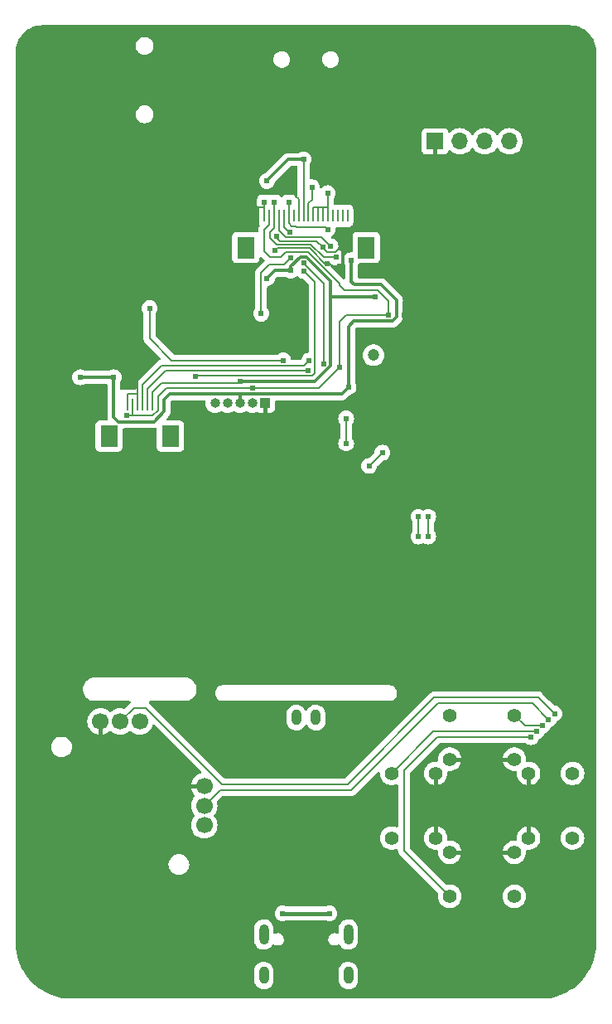
<source format=gbl>
G04 #@! TF.GenerationSoftware,KiCad,Pcbnew,7.0.6*
G04 #@! TF.CreationDate,2023-08-21T22:19:32+09:00*
G04 #@! TF.ProjectId,SmaCon,536d6143-6f6e-42e6-9b69-6361645f7063,V1.2*
G04 #@! TF.SameCoordinates,Original*
G04 #@! TF.FileFunction,Copper,L2,Bot*
G04 #@! TF.FilePolarity,Positive*
%FSLAX46Y46*%
G04 Gerber Fmt 4.6, Leading zero omitted, Abs format (unit mm)*
G04 Created by KiCad (PCBNEW 7.0.6) date 2023-08-21 22:19:32*
%MOMM*%
%LPD*%
G01*
G04 APERTURE LIST*
G04 #@! TA.AperFunction,SMDPad,CuDef*
%ADD10R,0.500000X0.500000*%
G04 #@! TD*
G04 #@! TA.AperFunction,SMDPad,CuDef*
%ADD11R,1.800000X2.200000*%
G04 #@! TD*
G04 #@! TA.AperFunction,SMDPad,CuDef*
%ADD12R,0.150000X1.300000*%
G04 #@! TD*
G04 #@! TA.AperFunction,ComponentPad*
%ADD13C,1.400000*%
G04 #@! TD*
G04 #@! TA.AperFunction,ComponentPad*
%ADD14O,1.000000X1.600000*%
G04 #@! TD*
G04 #@! TA.AperFunction,ComponentPad*
%ADD15R,1.700000X1.700000*%
G04 #@! TD*
G04 #@! TA.AperFunction,ComponentPad*
%ADD16O,1.700000X1.700000*%
G04 #@! TD*
G04 #@! TA.AperFunction,ComponentPad*
%ADD17O,1.000000X1.800000*%
G04 #@! TD*
G04 #@! TA.AperFunction,ComponentPad*
%ADD18O,1.000000X2.100000*%
G04 #@! TD*
G04 #@! TA.AperFunction,ComponentPad*
%ADD19C,1.200000*%
G04 #@! TD*
G04 #@! TA.AperFunction,ComponentPad*
%ADD20R,1.000000X1.000000*%
G04 #@! TD*
G04 #@! TA.AperFunction,ComponentPad*
%ADD21O,1.000000X1.000000*%
G04 #@! TD*
G04 #@! TA.AperFunction,ComponentPad*
%ADD22C,1.700000*%
G04 #@! TD*
G04 #@! TA.AperFunction,ViaPad*
%ADD23C,0.609600*%
G04 #@! TD*
G04 #@! TA.AperFunction,Conductor*
%ADD24C,0.152400*%
G04 #@! TD*
G04 #@! TA.AperFunction,Conductor*
%ADD25C,0.304800*%
G04 #@! TD*
G04 #@! TA.AperFunction,Conductor*
%ADD26C,0.203200*%
G04 #@! TD*
G04 #@! TA.AperFunction,Conductor*
%ADD27C,0.406400*%
G04 #@! TD*
G04 APERTURE END LIST*
D10*
X-1750000Y-18350000D03*
X-3250000Y-18350000D03*
X-4250000Y-18350000D03*
D11*
X6150000Y-23000000D03*
X-6150000Y-23000000D03*
D12*
X-4250000Y-19750000D03*
X-3750000Y-19750000D03*
X-3250000Y-19750000D03*
X-2750000Y-19750000D03*
X-2250000Y-19750000D03*
X-1750000Y-19750000D03*
X-1250000Y-19750000D03*
X-750000Y-19750000D03*
X-250000Y-19750000D03*
X250000Y-19750000D03*
X750000Y-19750000D03*
X1250000Y-19750000D03*
X1750000Y-19750000D03*
X2250000Y-19750000D03*
X2750000Y-19750000D03*
X3250000Y-19750000D03*
X3750000Y-19750000D03*
X4250000Y-19750000D03*
D13*
X13250000Y-76700000D03*
X13250000Y-83300000D03*
X8750000Y-76700000D03*
X8750000Y-83300000D03*
X22750000Y-83300000D03*
X22750000Y-76700000D03*
X27250000Y-83300000D03*
X27250000Y-76700000D03*
X14700000Y-84750000D03*
X21300000Y-84750000D03*
X14700000Y-89250000D03*
X21300000Y-89250000D03*
D14*
X-1000000Y-71000000D03*
X1000000Y-71000000D03*
D15*
X13190000Y-12155000D03*
D16*
X15730000Y-12155000D03*
X18270000Y-12155000D03*
X20810000Y-12155000D03*
D17*
X-4320000Y-97325000D03*
D18*
X4320000Y-93145000D03*
D17*
X4320000Y-97325000D03*
D18*
X-4320000Y-93145000D03*
D19*
X6900000Y-34000000D03*
D13*
X21300000Y-75250000D03*
X14700000Y-75250000D03*
X21300000Y-70750000D03*
X14700000Y-70750000D03*
D20*
X-4200000Y-38900000D03*
D21*
X-5470000Y-38900000D03*
X-6740000Y-38900000D03*
X-8010000Y-38900000D03*
X-9280000Y-38900000D03*
D22*
X-17000000Y-71400000D03*
X-19000000Y-71400000D03*
X-21000000Y-71400000D03*
X-10400000Y-82000000D03*
X-10400000Y-80000000D03*
X-10400000Y-78000000D03*
D11*
X-13850000Y-42250000D03*
X-20150000Y-42250000D03*
D12*
X-18250000Y-39000000D03*
X-17750000Y-39000000D03*
X-17250000Y-39000000D03*
X-16750000Y-39000000D03*
X-16250000Y-39000000D03*
X-15750000Y-39000000D03*
D23*
X1700000Y-22950000D03*
X2192960Y-24653404D03*
X3400000Y-24900000D03*
X-3200000Y-23300000D03*
X-3000000Y-21850000D03*
X25000000Y-10000000D03*
X-10000000Y-57500000D03*
X20000000Y-50000000D03*
X-25000000Y-10000000D03*
X25000000Y-80000000D03*
X-5000000Y-5000000D03*
X10000000Y-25000000D03*
X15000000Y-60000000D03*
X-10000000Y-15000000D03*
X5000000Y-90000000D03*
X25000000Y-5000000D03*
X-1325000Y-31325000D03*
X-25000000Y-80000000D03*
X0Y-65000000D03*
X-25000000Y-20000000D03*
X-15000000Y-95000000D03*
X-20000000Y-20000000D03*
X-25000000Y-95000000D03*
X-20000000Y-85000000D03*
X3450000Y-22150000D03*
X-16700000Y-51150000D03*
X10000000Y-95000000D03*
X-1325000Y-30000000D03*
X-25000000Y-25000000D03*
X-10000000Y-75000000D03*
X20000000Y-5000000D03*
X25000000Y-85000000D03*
X15000000Y-30000000D03*
X-15000000Y-25000000D03*
X15000000Y-20000000D03*
X5000000Y-65000000D03*
X20000000Y-95000000D03*
X-10000000Y-50000000D03*
X-20000000Y-80000000D03*
X5000000Y-10000000D03*
X5000000Y-85000000D03*
X-10000000Y-10000000D03*
X15000000Y-80000000D03*
X-25000000Y-55000000D03*
X-25000000Y-60000000D03*
X25000000Y-95000000D03*
X-5000000Y-75000000D03*
X-25000000Y-70000000D03*
X-25000000Y-5000000D03*
X-1325000Y-28675000D03*
X25000000Y-30000000D03*
X5000000Y-70000000D03*
X0Y-40000000D03*
X15000000Y-10000000D03*
X0Y-55000000D03*
X25000000Y-20000000D03*
X-10000000Y-90000000D03*
X-10000000Y-25000000D03*
X-10000000Y-85000000D03*
X-25000000Y-40000000D03*
X-15000000Y-15000000D03*
X10000000Y-5000000D03*
X0Y-5000000D03*
X20000000Y-25000000D03*
X5000000Y-80000000D03*
X-1850000Y-16050000D03*
X15000000Y-95000000D03*
X20000000Y-15000000D03*
X10000000Y-90000000D03*
X25000000Y-40000000D03*
X-25000000Y-35000000D03*
X0Y-50000000D03*
X-15000000Y-75000000D03*
X15000000Y-5000000D03*
X-20000000Y-25000000D03*
X6050000Y-46350000D03*
X20000000Y-65000000D03*
X-25000000Y-65000000D03*
X5000000Y-15000000D03*
X20000000Y-20000000D03*
X-25000000Y-50000000D03*
X-15000000Y-20000000D03*
X25000000Y-15000000D03*
X-20000000Y-65000000D03*
X-15000000Y-85000000D03*
X-15000000Y-90000000D03*
X0Y-75000000D03*
X10000000Y-15000000D03*
X-10000000Y-65000000D03*
X-5000000Y-65000000D03*
X20000000Y-30000000D03*
X25000000Y-25000000D03*
X6950000Y-40800000D03*
X-20000000Y-95000000D03*
X-10000000Y-95000000D03*
X25000000Y-90000000D03*
X-15000000Y-5000000D03*
X-5000000Y-10000000D03*
X-25000000Y-15000000D03*
X15000000Y-25000000D03*
X5000000Y-5000000D03*
X-25000000Y-85000000D03*
X-10000000Y-20000000D03*
X10000000Y-10000000D03*
X-15000000Y-80000000D03*
X-25000000Y-90000000D03*
X-25000000Y-30000000D03*
X-5000000Y-70000000D03*
X10050000Y-29900000D03*
X20000000Y-10000000D03*
X-20000000Y-15000000D03*
X25000000Y-35000000D03*
X15000000Y-50000000D03*
X-5000000Y-85000000D03*
X-10000000Y-5000000D03*
X20000000Y-60000000D03*
X20000000Y-80000000D03*
X-25000000Y-45000000D03*
X-50000Y-43300000D03*
X-5000000Y-90000000D03*
X-5000000Y-80000000D03*
X-17950000Y-35900000D03*
X20000000Y-35000000D03*
X-20000000Y-90000000D03*
X10000000Y-37500000D03*
X-20000000Y-75000000D03*
X7100000Y-28050000D03*
X-19650000Y-36250000D03*
X4650000Y-24300000D03*
X-4000000Y-16200000D03*
X4350000Y-37250000D03*
X-250000Y-14000000D03*
X-23100000Y-36250000D03*
X-1550000Y-25350000D03*
X-6750000Y-36700000D03*
X-4000000Y-26150000D03*
X3450000Y-35200000D03*
X-5500000Y-37340900D03*
X-18350000Y-40150000D03*
X8450000Y-29900000D03*
X1850000Y-34850000D03*
X-250000Y-24550000D03*
X-2400000Y-91000000D03*
X2400000Y-91000000D03*
X3050000Y-24000000D03*
X2507393Y-22857393D03*
X-1692090Y-21403393D03*
X-1555699Y-24044301D03*
X-4600000Y-29750000D03*
X2200000Y-21150000D03*
X600000Y-16850000D03*
X2200000Y-17450000D03*
X308300Y-34550000D03*
X200000Y-35550000D03*
X-16000000Y-29200000D03*
X-2337759Y-34515301D03*
X7800000Y-43950000D03*
X6450000Y-45300000D03*
X24800000Y-71200000D03*
X25400000Y-70600000D03*
X23000000Y-73000000D03*
X23600000Y-72400000D03*
X24200000Y-71800000D03*
X11500000Y-52500000D03*
X11500000Y-50500000D03*
X12500000Y-52500000D03*
X12500000Y-50500000D03*
X-250000Y-25400000D03*
X-11302517Y-36142074D03*
X4100000Y-40450000D03*
X4100000Y-43000000D03*
D24*
X-1750000Y-19750000D02*
X-1750000Y-18350000D01*
X-3250000Y-19750000D02*
X-3250000Y-18350000D01*
X-4250000Y-18850000D02*
X-5150000Y-18850000D01*
X-4250000Y-18350000D02*
X-4250000Y-18850000D01*
X-750000Y-18050000D02*
X-1050000Y-17750000D01*
X-750000Y-19750000D02*
X-750000Y-18050000D01*
X-4250000Y-19750000D02*
X-4250000Y-18350000D01*
X2000000Y-20950000D02*
X-950000Y-20950000D01*
X-950000Y-20950000D02*
X-1100000Y-20800000D01*
X2200000Y-21150000D02*
X2000000Y-20950000D01*
X-1100000Y-20800000D02*
X-1450000Y-20800000D01*
X-1450000Y-20800000D02*
X-1750000Y-20500000D01*
X-1750000Y-20500000D02*
X-1750000Y-19750000D01*
D25*
X3800000Y-23254342D02*
X3800000Y-24750000D01*
X3800000Y-24750000D02*
X3650000Y-24900000D01*
X3650000Y-24900000D02*
X3400000Y-24900000D01*
D26*
X2403404Y-24653404D02*
X2192960Y-24653404D01*
X2650000Y-24900000D02*
X2403404Y-24653404D01*
X3400000Y-24900000D02*
X2650000Y-24900000D01*
X3450000Y-22150000D02*
X3450000Y-22704342D01*
X2150000Y-23500000D02*
X1700000Y-23050000D01*
X3008800Y-23441200D02*
X2818537Y-23441200D01*
X2759737Y-23500000D02*
X2150000Y-23500000D01*
X3450000Y-23000000D02*
X3008800Y-23441200D01*
X2818537Y-23441200D02*
X2759737Y-23500000D01*
X3450000Y-22150000D02*
X3450000Y-23000000D01*
X1700000Y-23050000D02*
X1700000Y-22950000D01*
D24*
X-2750000Y-21250000D02*
X-2750000Y-19750000D01*
X1600000Y-21950000D02*
X-2050000Y-21950000D01*
X-2050000Y-21950000D02*
X-2750000Y-21250000D01*
X2507393Y-22857393D02*
X1600000Y-21950000D01*
D26*
X1079900Y-22329900D02*
X-2670100Y-22329900D01*
X-2670100Y-22329900D02*
X-3100000Y-21900000D01*
X1700000Y-22950000D02*
X1079900Y-22329900D01*
X2192960Y-24707040D02*
X2192960Y-24653404D01*
X2100000Y-24800000D02*
X2192960Y-24707040D01*
X-2950000Y-23050000D02*
X-3200000Y-23300000D01*
X350000Y-23050000D02*
X-2950000Y-23050000D01*
X2100000Y-24800000D02*
X350000Y-23050000D01*
D24*
X-3250000Y-21000000D02*
X-3250000Y-19750000D01*
X-3650000Y-22050000D02*
X-3650000Y-21400000D01*
X-3650000Y-21400000D02*
X-3250000Y-21000000D01*
X-3039900Y-22660100D02*
X-3650000Y-22050000D01*
X1841974Y-24000000D02*
X502074Y-22660100D01*
X502074Y-22660100D02*
X-3039900Y-22660100D01*
X3050000Y-24000000D02*
X1841974Y-24000000D01*
X-1692090Y-21403393D02*
X-1746607Y-21403393D01*
X-1746607Y-21403393D02*
X-2250000Y-20900000D01*
X-2250000Y-20900000D02*
X-2250000Y-19750000D01*
D26*
X-4250000Y-21150000D02*
X-3750000Y-20650000D01*
X-4250000Y-23400000D02*
X-4250000Y-21150000D01*
X-2600000Y-23950000D02*
X-3700000Y-23950000D01*
X-3700000Y-23950000D02*
X-4250000Y-23400000D01*
X-2100000Y-23450000D02*
X-2600000Y-23950000D01*
X200000Y-23450000D02*
X-2100000Y-23450000D01*
X3400000Y-26850000D02*
X3400000Y-26650000D01*
X3900000Y-27350000D02*
X3400000Y-26850000D01*
X7350000Y-27350000D02*
X3900000Y-27350000D01*
X8450000Y-28450000D02*
X7350000Y-27350000D01*
X8450000Y-29900000D02*
X8450000Y-28450000D01*
X3400000Y-26650000D02*
X200000Y-23450000D01*
X-3750000Y-24750000D02*
X-4600000Y-25600000D01*
X-4600000Y-25600000D02*
X-4600000Y-29750000D01*
X-2261398Y-24750000D02*
X-3750000Y-24750000D01*
X-1555699Y-24044301D02*
X-2261398Y-24750000D01*
D25*
X-590400Y-23940400D02*
X-1550000Y-24900000D01*
X2459600Y-26397495D02*
X2505Y-23940400D01*
X-1550000Y-24900000D02*
X-1550000Y-25350000D01*
X2459600Y-28050000D02*
X2459600Y-26397495D01*
X2505Y-23940400D02*
X-590400Y-23940400D01*
D24*
X-3050000Y-21850000D02*
X-3000000Y-21850000D01*
X-3100000Y-21900000D02*
X-3050000Y-21850000D01*
D26*
X-17950000Y-35900000D02*
X-17250000Y-36600000D01*
X-17250000Y-36600000D02*
X-17250000Y-37900000D01*
D27*
X14700000Y-84750000D02*
X15950000Y-84750000D01*
D24*
X-18250000Y-39000000D02*
X-18250000Y-38100000D01*
D27*
X21300000Y-75250000D02*
X20050000Y-75250000D01*
D26*
X-17250000Y-37900000D02*
X-17250000Y-38100000D01*
X-18250000Y-38100000D02*
X-18250000Y-37900000D01*
D27*
X13200000Y-13600000D02*
X13190000Y-13590000D01*
X14700000Y-75250000D02*
X15950000Y-75250000D01*
X21300000Y-84750000D02*
X20050000Y-84750000D01*
X13190000Y-12155000D02*
X13190000Y-13590000D01*
X-10400000Y-78000000D02*
X-11800000Y-78000000D01*
X-21000000Y-71400000D02*
X-21000000Y-72800000D01*
D26*
X-18250000Y-37900000D02*
X-17250000Y-37900000D01*
D24*
X-17250000Y-39000000D02*
X-17250000Y-38100000D01*
D27*
X-4200000Y-38900000D02*
X-4200000Y-39950000D01*
X13250000Y-83300000D02*
X13250000Y-82050000D01*
X13250000Y-76700000D02*
X13250000Y-77950000D01*
X22750000Y-76700000D02*
X22750000Y-77950000D01*
X22750000Y-83300000D02*
X22750000Y-82050000D01*
D25*
X-3200000Y-25350000D02*
X-4000000Y-26150000D01*
D26*
X-6750000Y-36700000D02*
X-6850000Y-36800000D01*
D25*
X-14500000Y-38500000D02*
X-14500000Y-39750000D01*
X4350000Y-37250000D02*
X4350000Y-31050000D01*
X4890400Y-30509600D02*
X8840400Y-30509600D01*
X-19145200Y-40800000D02*
X-19650000Y-40295200D01*
X-19650000Y-40295200D02*
X-19650000Y-36250000D01*
X-21550000Y-36250000D02*
X-23100000Y-36250000D01*
X-6750000Y-36700000D02*
X862105Y-36700000D01*
X4950000Y-26800000D02*
X4650000Y-26500000D01*
X7700000Y-26800000D02*
X4950000Y-26800000D01*
D24*
X-15750000Y-39000000D02*
X-15750000Y-38100000D01*
D25*
X-6740000Y-37960000D02*
X-6750000Y-37950000D01*
D26*
X-14750000Y-36800000D02*
X-15750000Y-37800000D01*
D25*
X-6740000Y-38900000D02*
X-6740000Y-37960000D01*
X4350000Y-31050000D02*
X4890400Y-30509600D01*
X-15550000Y-40800000D02*
X-19145200Y-40800000D01*
D24*
X-250000Y-19750000D02*
X-250000Y-18850000D01*
D25*
X2459600Y-28050000D02*
X7100000Y-28050000D01*
X9250000Y-28350000D02*
X7700000Y-26800000D01*
X-4000000Y-16200000D02*
X-1800000Y-14000000D01*
X-1800000Y-14000000D02*
X-250000Y-14000000D01*
D26*
X-15750000Y-37800000D02*
X-15750000Y-38100000D01*
D25*
X4650000Y-26500000D02*
X4650000Y-24300000D01*
D26*
X-250000Y-18850000D02*
X-250000Y-14000000D01*
D25*
X-14500000Y-39750000D02*
X-15550000Y-40800000D01*
X2459600Y-35102505D02*
X2459600Y-28050000D01*
X9250000Y-30100000D02*
X9250000Y-28350000D01*
X-19650000Y-36250000D02*
X-21550000Y-36250000D01*
X862105Y-36700000D02*
X2459600Y-35102505D01*
X-1550000Y-25350000D02*
X-3200000Y-25350000D01*
X-13950000Y-37950000D02*
X-14500000Y-38500000D01*
D26*
X-6850000Y-36800000D02*
X-14750000Y-36800000D01*
D25*
X3650000Y-37950000D02*
X-13950000Y-37950000D01*
X8840400Y-30509600D02*
X9250000Y-30100000D01*
X4350000Y-37250000D02*
X3650000Y-37950000D01*
D26*
X-15150000Y-38200000D02*
X-15150000Y-39633000D01*
X3450000Y-35200000D02*
X1300000Y-37350000D01*
X-17500000Y-40150000D02*
X-18350000Y-40150000D01*
X-14300000Y-37350000D02*
X-15150000Y-38200000D01*
X-17750000Y-39900000D02*
X-17750000Y-40150000D01*
X-15667000Y-40150000D02*
X-17500000Y-40150000D01*
X3450000Y-35200000D02*
X3450000Y-30550000D01*
D24*
X-3750000Y-19750000D02*
X-3750000Y-20650000D01*
D26*
X3450000Y-30550000D02*
X4100000Y-29900000D01*
X4100000Y-29900000D02*
X8450000Y-29900000D01*
D24*
X-17750000Y-39000000D02*
X-17750000Y-39900000D01*
D26*
X-15150000Y-39633000D02*
X-15667000Y-40150000D01*
X1300000Y-37350000D02*
X-14300000Y-37350000D01*
X-250000Y-24609737D02*
X-250000Y-24550000D01*
X1850000Y-34850000D02*
X1850000Y-26709737D01*
X1850000Y-26709737D02*
X-250000Y-24609737D01*
D27*
X2400000Y-91000000D02*
X-2400000Y-91000000D01*
D26*
X250000Y-18450000D02*
X250000Y-18850000D01*
D24*
X250000Y-19750000D02*
X250000Y-18850000D01*
D26*
X600000Y-16850000D02*
X600000Y-18100000D01*
X600000Y-18100000D02*
X250000Y-18450000D01*
D24*
X750000Y-19750000D02*
X750000Y-18850000D01*
D26*
X2200000Y-18800000D02*
X2250000Y-18850000D01*
D24*
X1250000Y-19750000D02*
X1250000Y-18850000D01*
D26*
X2200000Y-17450000D02*
X2200000Y-18800000D01*
D24*
X750000Y-18850000D02*
X2250000Y-18850000D01*
X2250000Y-19750000D02*
X2250000Y-18850000D01*
X1750000Y-19750000D02*
X1750000Y-18850000D01*
D26*
X308300Y-34550000D02*
X-215801Y-35074101D01*
X-215801Y-35074101D02*
X-14774101Y-35074101D01*
D24*
X-16750000Y-39000000D02*
X-16750000Y-38100000D01*
D26*
X-16750000Y-37050000D02*
X-16750000Y-38100000D01*
X-14774101Y-35074101D02*
X-16750000Y-37050000D01*
X200000Y-35550000D02*
X-14350000Y-35550000D01*
X-16250000Y-37450000D02*
X-16250000Y-38100000D01*
D24*
X-16250000Y-39000000D02*
X-16250000Y-38100000D01*
D26*
X-14350000Y-35550000D02*
X-16250000Y-37450000D01*
X-2337759Y-34515301D02*
X-2372458Y-34550000D01*
X-2372458Y-34550000D02*
X-13750000Y-34550000D01*
X-13750000Y-34550000D02*
X-16000000Y-32300000D01*
X-16000000Y-32300000D02*
X-16000000Y-29200000D01*
X6450000Y-45300000D02*
X7800000Y-43950000D01*
X4650000Y-78400000D02*
X13494400Y-69555600D01*
X13494400Y-69555600D02*
X23155600Y-69555600D01*
X-8800000Y-78400000D02*
X4650000Y-78400000D01*
X23155600Y-69555600D02*
X24800000Y-71200000D01*
X-10400000Y-80000000D02*
X-8800000Y-78400000D01*
X13100000Y-68950000D02*
X23750000Y-68950000D01*
X23750000Y-68950000D02*
X25400000Y-70600000D01*
X-8600000Y-77800000D02*
X4250000Y-77800000D01*
X4250000Y-77800000D02*
X13100000Y-68950000D01*
X-16400000Y-70000000D02*
X-8600000Y-77800000D01*
X-17600000Y-70000000D02*
X-16400000Y-70000000D01*
X-19000000Y-71400000D02*
X-17600000Y-70000000D01*
X14700000Y-89250000D02*
X10000000Y-84550000D01*
X10000000Y-76400000D02*
X13400000Y-73000000D01*
X10000000Y-84550000D02*
X10000000Y-76400000D01*
X13400000Y-73000000D02*
X23000000Y-73000000D01*
X8750000Y-76700000D02*
X13008800Y-72441200D01*
X23558800Y-72441200D02*
X23600000Y-72400000D01*
X13008800Y-72441200D02*
X23558800Y-72441200D01*
X22350000Y-71800000D02*
X24200000Y-71800000D01*
X21300000Y-70750000D02*
X22350000Y-71800000D01*
X11500000Y-52500000D02*
X11500000Y-50500000D01*
X12500000Y-52500000D02*
X12500000Y-50500000D01*
X900000Y-35800000D02*
X900000Y-26550000D01*
X900000Y-26550000D02*
X-250000Y-25400000D01*
X591200Y-36108800D02*
X900000Y-35800000D01*
X-11302517Y-36142074D02*
X-11269243Y-36108800D01*
X-11269243Y-36108800D02*
X591200Y-36108800D01*
X4100000Y-43000000D02*
X4100000Y-40450000D01*
G04 #@! TA.AperFunction,Conductor*
G36*
X3812150Y-24479229D02*
G01*
X3868084Y-24521100D01*
X3885858Y-24554455D01*
X3919857Y-24651617D01*
X3919859Y-24651620D01*
X3978093Y-24744298D01*
X3997100Y-24810271D01*
X3997100Y-26096239D01*
X3977415Y-26163278D01*
X3924611Y-26209033D01*
X3855453Y-26218977D01*
X3791897Y-26189952D01*
X3785419Y-26183920D01*
X2489801Y-24888303D01*
X2456316Y-24826980D01*
X2461300Y-24757288D01*
X2503172Y-24701355D01*
X2568636Y-24676938D01*
X2636909Y-24691790D01*
X2643455Y-24695629D01*
X2698379Y-24730140D01*
X2698377Y-24730140D01*
X2698381Y-24730141D01*
X2698382Y-24730142D01*
X2825285Y-24774547D01*
X2869670Y-24790078D01*
X2869675Y-24790079D01*
X3049996Y-24810396D01*
X3050000Y-24810396D01*
X3050004Y-24810396D01*
X3230324Y-24790079D01*
X3230327Y-24790078D01*
X3230330Y-24790078D01*
X3401618Y-24730142D01*
X3401620Y-24730140D01*
X3401622Y-24730140D01*
X3401625Y-24730138D01*
X3555268Y-24633597D01*
X3555268Y-24633596D01*
X3555274Y-24633593D01*
X3681139Y-24507727D01*
X3742458Y-24474245D01*
X3812150Y-24479229D01*
G37*
G04 #@! TD.AperFunction*
G04 #@! TA.AperFunction,Conductor*
G36*
X27001735Y-305398D02*
G01*
X27149809Y-313713D01*
X27298240Y-322049D01*
X27305134Y-322825D01*
X27543265Y-363285D01*
X27596189Y-372278D01*
X27602973Y-373826D01*
X27886660Y-455555D01*
X27893220Y-457850D01*
X28165971Y-570827D01*
X28172233Y-573842D01*
X28430616Y-716646D01*
X28430622Y-716649D01*
X28436500Y-720342D01*
X28677280Y-891185D01*
X28682710Y-895515D01*
X28902842Y-1092237D01*
X28907762Y-1097157D01*
X29104484Y-1317289D01*
X29108813Y-1322718D01*
X29279653Y-1563494D01*
X29283350Y-1569377D01*
X29426157Y-1827767D01*
X29429176Y-1834036D01*
X29542146Y-2106772D01*
X29544444Y-2113339D01*
X29626173Y-2397026D01*
X29627721Y-2403810D01*
X29677172Y-2694853D01*
X29677951Y-2701767D01*
X29694602Y-2998264D01*
X29694700Y-3001740D01*
X29694700Y-93951645D01*
X29694700Y-94000000D01*
X29683884Y-94275300D01*
X29677241Y-94444366D01*
X29676860Y-94449208D01*
X29659263Y-94597884D01*
X29624875Y-94888426D01*
X29624113Y-94893236D01*
X29537830Y-95327012D01*
X29536693Y-95331748D01*
X29416647Y-95757400D01*
X29415142Y-95762032D01*
X29262059Y-96176981D01*
X29260195Y-96181480D01*
X29075035Y-96583125D01*
X29072824Y-96587465D01*
X28856717Y-96973351D01*
X28854172Y-96977503D01*
X28608462Y-97345234D01*
X28605600Y-97349174D01*
X28331791Y-97696500D01*
X28328628Y-97700203D01*
X28028415Y-98024971D01*
X28024971Y-98028415D01*
X27700203Y-98328628D01*
X27696500Y-98331791D01*
X27349174Y-98605600D01*
X27345234Y-98608462D01*
X26977503Y-98854172D01*
X26973351Y-98856717D01*
X26587465Y-99072824D01*
X26583125Y-99075035D01*
X26181480Y-99260195D01*
X26176981Y-99262059D01*
X25762032Y-99415142D01*
X25757400Y-99416647D01*
X25331748Y-99536693D01*
X25327012Y-99537830D01*
X24893236Y-99624113D01*
X24888426Y-99624875D01*
X24668824Y-99650866D01*
X24449208Y-99676860D01*
X24444374Y-99677240D01*
X24000000Y-99694700D01*
X-24000000Y-99694700D01*
X-24444374Y-99677240D01*
X-24449208Y-99676860D01*
X-24668824Y-99650866D01*
X-24888426Y-99624875D01*
X-24893236Y-99624113D01*
X-25327012Y-99537830D01*
X-25331748Y-99536693D01*
X-25364051Y-99527582D01*
X-25757423Y-99416640D01*
X-25762033Y-99415143D01*
X-26176982Y-99262059D01*
X-26181481Y-99260195D01*
X-26583125Y-99075035D01*
X-26587465Y-99072824D01*
X-26973351Y-98856717D01*
X-26977503Y-98854172D01*
X-27345234Y-98608462D01*
X-27349174Y-98605600D01*
X-27696500Y-98331791D01*
X-27700203Y-98328628D01*
X-28024971Y-98028415D01*
X-28028415Y-98024971D01*
X-28258799Y-97775743D01*
X-5320500Y-97775743D01*
X-5305074Y-97927439D01*
X-5274132Y-98026058D01*
X-5244159Y-98121588D01*
X-5145409Y-98299502D01*
X-5012866Y-98453895D01*
X-4851958Y-98578448D01*
X-4669271Y-98668060D01*
X-4472285Y-98719063D01*
X-4269064Y-98729369D01*
X-4067929Y-98698556D01*
X-3877113Y-98627886D01*
X-3704429Y-98520252D01*
X-3556947Y-98380059D01*
X-3488409Y-98281587D01*
X-3440705Y-98213050D01*
X-3360459Y-98026056D01*
X-3319500Y-97826741D01*
X-3319500Y-97775743D01*
X3319500Y-97775743D01*
X3334925Y-97927439D01*
X3395837Y-98121579D01*
X3395844Y-98121594D01*
X3494589Y-98299499D01*
X3494592Y-98299504D01*
X3627132Y-98453893D01*
X3627134Y-98453895D01*
X3788037Y-98578445D01*
X3788038Y-98578445D01*
X3788042Y-98578448D01*
X3970729Y-98668060D01*
X4167715Y-98719063D01*
X4370936Y-98729369D01*
X4572071Y-98698556D01*
X4762887Y-98627886D01*
X4935571Y-98520252D01*
X5083053Y-98380059D01*
X5199295Y-98213049D01*
X5279540Y-98026058D01*
X5320500Y-97826741D01*
X5320500Y-96874258D01*
X5305074Y-96722562D01*
X5305074Y-96722560D01*
X5244162Y-96528420D01*
X5244160Y-96528416D01*
X5244159Y-96528412D01*
X5145409Y-96350498D01*
X5145408Y-96350497D01*
X5145407Y-96350495D01*
X5012867Y-96196106D01*
X5012865Y-96196104D01*
X4851962Y-96071554D01*
X4851959Y-96071553D01*
X4851958Y-96071552D01*
X4669271Y-95981940D01*
X4472285Y-95930937D01*
X4472287Y-95930937D01*
X4336804Y-95924066D01*
X4269064Y-95920631D01*
X4269063Y-95920631D01*
X4269061Y-95920631D01*
X4067936Y-95951442D01*
X4067924Y-95951445D01*
X3877118Y-96022111D01*
X3877111Y-96022115D01*
X3704432Y-96129745D01*
X3704427Y-96129749D01*
X3556949Y-96269938D01*
X3556948Y-96269940D01*
X3440705Y-96436949D01*
X3360459Y-96623943D01*
X3319500Y-96823258D01*
X3319500Y-97775743D01*
X-3319500Y-97775743D01*
X-3319500Y-96874256D01*
X-3334925Y-96722560D01*
X-3395837Y-96528420D01*
X-3395844Y-96528405D01*
X-3494589Y-96350500D01*
X-3494592Y-96350495D01*
X-3627132Y-96196106D01*
X-3627134Y-96196104D01*
X-3788037Y-96071554D01*
X-3788040Y-96071553D01*
X-3970728Y-95981940D01*
X-4167715Y-95930937D01*
X-4167712Y-95930937D01*
X-4370936Y-95920631D01*
X-4370938Y-95920631D01*
X-4572063Y-95951442D01*
X-4572075Y-95951445D01*
X-4762881Y-96022111D01*
X-4762884Y-96022113D01*
X-4762887Y-96022114D01*
X-4836513Y-96068005D01*
X-4935567Y-96129745D01*
X-4935569Y-96129747D01*
X-4935571Y-96129748D01*
X-5083053Y-96269941D01*
X-5199295Y-96436951D01*
X-5262023Y-96583125D01*
X-5279540Y-96623943D01*
X-5320500Y-96823258D01*
X-5320500Y-97775743D01*
X-28258799Y-97775743D01*
X-28328628Y-97700203D01*
X-28331791Y-97696500D01*
X-28605600Y-97349174D01*
X-28608462Y-97345234D01*
X-28854172Y-96977503D01*
X-28856717Y-96973351D01*
X-29072824Y-96587465D01*
X-29075035Y-96583125D01*
X-29260195Y-96181481D01*
X-29262059Y-96176982D01*
X-29415143Y-95762033D01*
X-29416640Y-95757423D01*
X-29536693Y-95331748D01*
X-29537830Y-95327012D01*
X-29624113Y-94893236D01*
X-29624875Y-94888426D01*
X-29659263Y-94597884D01*
X-29676860Y-94449208D01*
X-29677241Y-94444366D01*
X-29683884Y-94275300D01*
X-29694700Y-94000000D01*
X-29694700Y-93951645D01*
X-29694700Y-93745743D01*
X-5320500Y-93745743D01*
X-5305074Y-93897439D01*
X-5274132Y-93996058D01*
X-5244159Y-94091588D01*
X-5145409Y-94269502D01*
X-5012866Y-94423895D01*
X-4851958Y-94548448D01*
X-4669271Y-94638060D01*
X-4472285Y-94689063D01*
X-4269064Y-94699369D01*
X-4067929Y-94668556D01*
X-3877113Y-94597886D01*
X-3704429Y-94490252D01*
X-3556947Y-94350059D01*
X-3442326Y-94185378D01*
X-3387872Y-94141599D01*
X-3318394Y-94134211D01*
X-3267664Y-94155898D01*
X-3263423Y-94158979D01*
X-3185665Y-94201726D01*
X-3123873Y-94235696D01*
X-2969625Y-94275300D01*
X-2969621Y-94275300D01*
X-2850343Y-94275300D01*
X-2850341Y-94275300D01*
X-2850337Y-94275299D01*
X-2850331Y-94275299D01*
X-2825671Y-94272183D01*
X-2732005Y-94260351D01*
X-2583937Y-94201726D01*
X-2583933Y-94201723D01*
X-2583929Y-94201721D01*
X-2455101Y-94108123D01*
X-2455099Y-94108121D01*
X-2353591Y-93985417D01*
X-2353590Y-93985416D01*
X-2285784Y-93841322D01*
X-2255944Y-93684891D01*
X-2260963Y-93605111D01*
X2255944Y-93605111D01*
X2265943Y-93764045D01*
X2315154Y-93915502D01*
X2315156Y-93915506D01*
X2400486Y-94049963D01*
X2400487Y-94049964D01*
X2516570Y-94158974D01*
X2516578Y-94158980D01*
X2656124Y-94235695D01*
X2656126Y-94235695D01*
X2656127Y-94235696D01*
X2810375Y-94275300D01*
X2810379Y-94275300D01*
X2929657Y-94275300D01*
X2929659Y-94275300D01*
X2929664Y-94275299D01*
X2929668Y-94275299D01*
X2942494Y-94273678D01*
X3047995Y-94260351D01*
X3196063Y-94201726D01*
X3268669Y-94148974D01*
X3334475Y-94125495D01*
X3402528Y-94141320D01*
X3449973Y-94189116D01*
X3494589Y-94269499D01*
X3494592Y-94269504D01*
X3627132Y-94423893D01*
X3627134Y-94423895D01*
X3788037Y-94548445D01*
X3788038Y-94548445D01*
X3788042Y-94548448D01*
X3970729Y-94638060D01*
X4167715Y-94689063D01*
X4370936Y-94699369D01*
X4572071Y-94668556D01*
X4762887Y-94597886D01*
X4935571Y-94490252D01*
X5083053Y-94350059D01*
X5199295Y-94183049D01*
X5279540Y-93996058D01*
X5320500Y-93796741D01*
X5320500Y-92544258D01*
X5305074Y-92392562D01*
X5305074Y-92392560D01*
X5244162Y-92198420D01*
X5244160Y-92198416D01*
X5244159Y-92198412D01*
X5145409Y-92020498D01*
X5145408Y-92020497D01*
X5145407Y-92020495D01*
X5012867Y-91866106D01*
X5012865Y-91866104D01*
X4851962Y-91741554D01*
X4851959Y-91741553D01*
X4851958Y-91741552D01*
X4669271Y-91651940D01*
X4472285Y-91600937D01*
X4472287Y-91600937D01*
X4336804Y-91594066D01*
X4269064Y-91590631D01*
X4269063Y-91590631D01*
X4269061Y-91590631D01*
X4067936Y-91621442D01*
X4067924Y-91621445D01*
X3877118Y-91692111D01*
X3877111Y-91692115D01*
X3704432Y-91799745D01*
X3704427Y-91799749D01*
X3556949Y-91939938D01*
X3556948Y-91939940D01*
X3440705Y-92106949D01*
X3360459Y-92293943D01*
X3319500Y-92493258D01*
X3319500Y-92952177D01*
X3299815Y-93019216D01*
X3247011Y-93064971D01*
X3177853Y-93074915D01*
X3135766Y-93060841D01*
X3123874Y-93054304D01*
X2969628Y-93014700D01*
X2969625Y-93014700D01*
X2850341Y-93014700D01*
X2850331Y-93014700D01*
X2732005Y-93029649D01*
X2732003Y-93029649D01*
X2583938Y-93088273D01*
X2583929Y-93088278D01*
X2455101Y-93181876D01*
X2455099Y-93181878D01*
X2353591Y-93304582D01*
X2285783Y-93448680D01*
X2255944Y-93605111D01*
X-2260963Y-93605111D01*
X-2265943Y-93525955D01*
X-2291051Y-93448678D01*
X-2315154Y-93374497D01*
X-2315156Y-93374493D01*
X-2400486Y-93240036D01*
X-2400487Y-93240035D01*
X-2516570Y-93131025D01*
X-2516578Y-93131019D01*
X-2656124Y-93054304D01*
X-2810371Y-93014700D01*
X-2810375Y-93014700D01*
X-2929659Y-93014700D01*
X-2929668Y-93014700D01*
X-3036161Y-93028154D01*
X-3047995Y-93029649D01*
X-3048000Y-93029650D01*
X-3149853Y-93069977D01*
X-3219431Y-93076354D01*
X-3281411Y-93044101D01*
X-3316115Y-92983460D01*
X-3319500Y-92954685D01*
X-3319500Y-92544256D01*
X-3334925Y-92392560D01*
X-3395837Y-92198420D01*
X-3395844Y-92198405D01*
X-3494589Y-92020500D01*
X-3494592Y-92020495D01*
X-3627132Y-91866106D01*
X-3627134Y-91866104D01*
X-3788037Y-91741554D01*
X-3788040Y-91741553D01*
X-3970728Y-91651940D01*
X-4167715Y-91600937D01*
X-4167712Y-91600937D01*
X-4370936Y-91590631D01*
X-4370938Y-91590631D01*
X-4572063Y-91621442D01*
X-4572075Y-91621445D01*
X-4762881Y-91692111D01*
X-4762884Y-91692113D01*
X-4762887Y-91692114D01*
X-4823898Y-91730142D01*
X-4935567Y-91799745D01*
X-4935569Y-91799747D01*
X-4935571Y-91799748D01*
X-5083053Y-91939941D01*
X-5172424Y-92068344D01*
X-5199294Y-92106949D01*
X-5279540Y-92293943D01*
X-5320500Y-92493258D01*
X-5320500Y-93745743D01*
X-29694700Y-93745743D01*
X-29694700Y-91000000D01*
X-3210396Y-91000000D01*
X-3190078Y-91180330D01*
X-3130142Y-91351618D01*
X-3130140Y-91351620D01*
X-3130140Y-91351622D01*
X-3130138Y-91351625D01*
X-3033593Y-91505274D01*
X-2905274Y-91633593D01*
X-2905269Y-91633596D01*
X-2905268Y-91633597D01*
X-2751625Y-91730138D01*
X-2751622Y-91730140D01*
X-2751620Y-91730140D01*
X-2751618Y-91730142D01*
X-2580330Y-91790078D01*
X-2580327Y-91790078D01*
X-2580324Y-91790079D01*
X-2400004Y-91810396D01*
X-2400000Y-91810396D01*
X-2399996Y-91810396D01*
X-2219675Y-91790079D01*
X-2219670Y-91790078D01*
X-2080993Y-91741553D01*
X-2048382Y-91730142D01*
X-2048381Y-91730141D01*
X-2048377Y-91730140D01*
X-2048376Y-91730139D01*
X-2036546Y-91722706D01*
X-1970575Y-91703700D01*
X1970575Y-91703700D01*
X2036546Y-91722706D01*
X2048376Y-91730139D01*
X2048377Y-91730140D01*
X2048381Y-91730141D01*
X2048382Y-91730142D01*
X2080993Y-91741553D01*
X2219670Y-91790078D01*
X2219675Y-91790079D01*
X2399996Y-91810396D01*
X2400000Y-91810396D01*
X2400004Y-91810396D01*
X2580324Y-91790079D01*
X2580327Y-91790078D01*
X2580330Y-91790078D01*
X2751618Y-91730142D01*
X2751620Y-91730140D01*
X2751622Y-91730140D01*
X2751625Y-91730138D01*
X2905268Y-91633597D01*
X2905269Y-91633596D01*
X2905274Y-91633593D01*
X3033593Y-91505274D01*
X3130138Y-91351625D01*
X3130140Y-91351622D01*
X3130140Y-91351620D01*
X3130142Y-91351618D01*
X3190078Y-91180330D01*
X3210396Y-91000000D01*
X3190078Y-90819670D01*
X3130142Y-90648382D01*
X3130141Y-90648381D01*
X3130140Y-90648377D01*
X3130138Y-90648374D01*
X3033597Y-90494731D01*
X3033592Y-90494725D01*
X2905274Y-90366407D01*
X2905268Y-90366402D01*
X2751625Y-90269861D01*
X2751622Y-90269859D01*
X2580329Y-90209921D01*
X2580324Y-90209920D01*
X2400004Y-90189604D01*
X2399996Y-90189604D01*
X2219675Y-90209920D01*
X2219670Y-90209921D01*
X2048377Y-90269859D01*
X2048376Y-90269860D01*
X2036546Y-90277294D01*
X1970575Y-90296300D01*
X-1970575Y-90296300D01*
X-2036546Y-90277294D01*
X-2048376Y-90269860D01*
X-2048377Y-90269859D01*
X-2219670Y-90209921D01*
X-2219675Y-90209920D01*
X-2399996Y-90189604D01*
X-2400004Y-90189604D01*
X-2580324Y-90209920D01*
X-2580329Y-90209921D01*
X-2751622Y-90269859D01*
X-2751625Y-90269861D01*
X-2905268Y-90366402D01*
X-2905274Y-90366407D01*
X-3033592Y-90494725D01*
X-3033597Y-90494731D01*
X-3130138Y-90648374D01*
X-3130140Y-90648377D01*
X-3130141Y-90648381D01*
X-3130142Y-90648382D01*
X-3190078Y-90819670D01*
X-3210396Y-91000000D01*
X-29694700Y-91000000D01*
X-29694700Y-86000000D01*
X-14060406Y-86000000D01*
X-14040031Y-86206875D01*
X-13979687Y-86405800D01*
X-13881695Y-86589130D01*
X-13749820Y-86749820D01*
X-13589130Y-86881695D01*
X-13405800Y-86979687D01*
X-13206875Y-87040031D01*
X-13051843Y-87055300D01*
X-13051840Y-87055300D01*
X-12948160Y-87055300D01*
X-12948157Y-87055300D01*
X-12793125Y-87040031D01*
X-12594200Y-86979687D01*
X-12594198Y-86979686D01*
X-12410875Y-86881698D01*
X-12410868Y-86881694D01*
X-12250179Y-86749820D01*
X-12118305Y-86589131D01*
X-12118301Y-86589124D01*
X-12020313Y-86405801D01*
X-11959969Y-86206877D01*
X-11939594Y-86000000D01*
X-11959969Y-85793122D01*
X-12020313Y-85594198D01*
X-12118301Y-85410875D01*
X-12118305Y-85410868D01*
X-12250179Y-85250179D01*
X-12410868Y-85118305D01*
X-12410875Y-85118301D01*
X-12594198Y-85020313D01*
X-12793122Y-84959969D01*
X-12870641Y-84952334D01*
X-12948157Y-84944700D01*
X-13051843Y-84944700D01*
X-13144862Y-84953861D01*
X-13206877Y-84959969D01*
X-13405801Y-85020313D01*
X-13589124Y-85118301D01*
X-13589131Y-85118305D01*
X-13749820Y-85250179D01*
X-13881694Y-85410868D01*
X-13881695Y-85410870D01*
X-13979687Y-85594200D01*
X-14040031Y-85793125D01*
X-14060406Y-86000000D01*
X-29694700Y-86000000D01*
X-29694700Y-74000000D01*
X-26060406Y-74000000D01*
X-26040031Y-74206875D01*
X-25979687Y-74405800D01*
X-25881695Y-74589130D01*
X-25749820Y-74749820D01*
X-25589130Y-74881695D01*
X-25405800Y-74979687D01*
X-25206875Y-75040031D01*
X-25051843Y-75055300D01*
X-25051840Y-75055300D01*
X-24948160Y-75055300D01*
X-24948157Y-75055300D01*
X-24793125Y-75040031D01*
X-24594200Y-74979687D01*
X-24594198Y-74979686D01*
X-24410875Y-74881698D01*
X-24410868Y-74881694D01*
X-24250179Y-74749820D01*
X-24118305Y-74589131D01*
X-24118301Y-74589124D01*
X-24020313Y-74405801D01*
X-23959969Y-74206877D01*
X-23939594Y-74000000D01*
X-23959969Y-73793122D01*
X-24020313Y-73594198D01*
X-24118301Y-73410875D01*
X-24118305Y-73410868D01*
X-24250179Y-73250179D01*
X-24410868Y-73118305D01*
X-24410875Y-73118301D01*
X-24594198Y-73020313D01*
X-24793122Y-72959969D01*
X-24870641Y-72952334D01*
X-24948157Y-72944700D01*
X-25051843Y-72944700D01*
X-25144862Y-72953861D01*
X-25206877Y-72959969D01*
X-25405801Y-73020313D01*
X-25589124Y-73118301D01*
X-25589131Y-73118305D01*
X-25749820Y-73250179D01*
X-25881694Y-73410868D01*
X-25881695Y-73410870D01*
X-25979687Y-73594200D01*
X-26040031Y-73793125D01*
X-26060406Y-74000000D01*
X-29694700Y-74000000D01*
X-29694700Y-68211688D01*
X-22805300Y-68211688D01*
X-22764255Y-68431259D01*
X-22683563Y-68639550D01*
X-22565971Y-68829468D01*
X-22415484Y-68994544D01*
X-22237227Y-69129157D01*
X-22037270Y-69228724D01*
X-21822422Y-69289854D01*
X-21655730Y-69305300D01*
X-21655726Y-69305300D01*
X-18048998Y-69305300D01*
X-17981959Y-69324985D01*
X-17936204Y-69377789D01*
X-17926260Y-69446947D01*
X-17955285Y-69510503D01*
X-17973512Y-69527676D01*
X-17997849Y-69546350D01*
X-18029420Y-69570576D01*
X-18029422Y-69570578D01*
X-18051176Y-69598928D01*
X-18056529Y-69605031D01*
X-18518253Y-70066755D01*
X-18579576Y-70100240D01*
X-18638027Y-70098849D01*
X-18764586Y-70064938D01*
X-18764596Y-70064936D01*
X-18999999Y-70044341D01*
X-19000001Y-70044341D01*
X-19235403Y-70064936D01*
X-19235413Y-70064938D01*
X-19463655Y-70126094D01*
X-19463659Y-70126096D01*
X-19463663Y-70126097D01*
X-19570745Y-70176031D01*
X-19677828Y-70225964D01*
X-19677830Y-70225965D01*
X-19871396Y-70361501D01*
X-19871402Y-70361506D01*
X-19912672Y-70402776D01*
X-19973995Y-70436261D01*
X-20043687Y-70431277D01*
X-20088033Y-70402777D01*
X-20128912Y-70361897D01*
X-20128915Y-70361895D01*
X-20322421Y-70226399D01*
X-20536507Y-70126570D01*
X-20536516Y-70126566D01*
X-20764673Y-70065432D01*
X-20764684Y-70065430D01*
X-20999998Y-70044843D01*
X-21000002Y-70044843D01*
X-21235315Y-70065430D01*
X-21235326Y-70065432D01*
X-21463483Y-70126566D01*
X-21463492Y-70126570D01*
X-21677577Y-70226399D01*
X-21677579Y-70226400D01*
X-21871073Y-70361886D01*
X-21871079Y-70361891D01*
X-22038108Y-70528920D01*
X-22038113Y-70528926D01*
X-22173599Y-70722420D01*
X-22173600Y-70722422D01*
X-22273429Y-70936507D01*
X-22273433Y-70936516D01*
X-22334567Y-71164673D01*
X-22334569Y-71164684D01*
X-22355157Y-71399998D01*
X-22355157Y-71400001D01*
X-22334569Y-71635315D01*
X-22334567Y-71635326D01*
X-22273433Y-71863483D01*
X-22273429Y-71863492D01*
X-22173600Y-72077578D01*
X-22038105Y-72271082D01*
X-21871082Y-72438105D01*
X-21677578Y-72573600D01*
X-21463492Y-72673429D01*
X-21463483Y-72673433D01*
X-21235326Y-72734567D01*
X-21235315Y-72734569D01*
X-21000002Y-72755157D01*
X-20999998Y-72755157D01*
X-20764684Y-72734569D01*
X-20764673Y-72734567D01*
X-20536516Y-72673433D01*
X-20536507Y-72673429D01*
X-20322421Y-72573600D01*
X-20128917Y-72438105D01*
X-20088033Y-72397222D01*
X-20026710Y-72363737D01*
X-19957018Y-72368723D01*
X-19912673Y-72397222D01*
X-19871401Y-72438495D01*
X-19677830Y-72574035D01*
X-19463663Y-72673903D01*
X-19235408Y-72735063D01*
X-19046188Y-72751618D01*
X-19000001Y-72755659D01*
X-19000000Y-72755659D01*
X-18999999Y-72755659D01*
X-18952918Y-72751539D01*
X-18764592Y-72735063D01*
X-18536337Y-72673903D01*
X-18322170Y-72574035D01*
X-18322167Y-72574033D01*
X-18322165Y-72574032D01*
X-18225384Y-72506264D01*
X-18128599Y-72438495D01*
X-18087680Y-72397577D01*
X-18026358Y-72364092D01*
X-17956666Y-72369076D01*
X-17912319Y-72397577D01*
X-17871401Y-72438495D01*
X-17677830Y-72574035D01*
X-17463663Y-72673903D01*
X-17235408Y-72735063D01*
X-17046188Y-72751618D01*
X-17000001Y-72755659D01*
X-17000000Y-72755659D01*
X-16999999Y-72755659D01*
X-16952918Y-72751539D01*
X-16764592Y-72735063D01*
X-16536337Y-72673903D01*
X-16322170Y-72574035D01*
X-16322167Y-72574033D01*
X-16322165Y-72574032D01*
X-16225384Y-72506264D01*
X-16128599Y-72438495D01*
X-15961505Y-72271401D01*
X-15934281Y-72232521D01*
X-15825967Y-72077834D01*
X-15825965Y-72077830D01*
X-15803145Y-72028893D01*
X-15726097Y-71863663D01*
X-15726096Y-71863659D01*
X-15726094Y-71863655D01*
X-15710201Y-71804339D01*
X-15673836Y-71744678D01*
X-15610989Y-71714149D01*
X-15541614Y-71722444D01*
X-15502748Y-71748748D01*
X-10748339Y-76503157D01*
X-10714857Y-76564476D01*
X-10719841Y-76634168D01*
X-10761713Y-76690101D01*
X-10803929Y-76710609D01*
X-10863485Y-76726567D01*
X-10863492Y-76726570D01*
X-11077577Y-76826399D01*
X-11077579Y-76826400D01*
X-11271073Y-76961886D01*
X-11271079Y-76961891D01*
X-11438108Y-77128920D01*
X-11438113Y-77128926D01*
X-11573599Y-77322420D01*
X-11573600Y-77322422D01*
X-11673429Y-77536507D01*
X-11673433Y-77536516D01*
X-11734567Y-77764673D01*
X-11734569Y-77764684D01*
X-11755157Y-77999998D01*
X-11755157Y-78000001D01*
X-11734569Y-78235315D01*
X-11734567Y-78235326D01*
X-11673433Y-78463483D01*
X-11673429Y-78463492D01*
X-11573600Y-78677578D01*
X-11438106Y-78871081D01*
X-11397224Y-78911963D01*
X-11363738Y-78973286D01*
X-11368722Y-79042977D01*
X-11397223Y-79087326D01*
X-11438494Y-79128597D01*
X-11438495Y-79128599D01*
X-11574035Y-79322171D01*
X-11673903Y-79536337D01*
X-11735063Y-79764592D01*
X-11755659Y-80000000D01*
X-11735063Y-80235408D01*
X-11673903Y-80463663D01*
X-11574035Y-80677830D01*
X-11438495Y-80871401D01*
X-11397576Y-80912319D01*
X-11364092Y-80973640D01*
X-11369076Y-81043331D01*
X-11397577Y-81087680D01*
X-11438494Y-81128597D01*
X-11438495Y-81128599D01*
X-11574035Y-81322171D01*
X-11673903Y-81536337D01*
X-11735063Y-81764592D01*
X-11755659Y-82000000D01*
X-11735063Y-82235408D01*
X-11673903Y-82463663D01*
X-11574035Y-82677830D01*
X-11438495Y-82871401D01*
X-11271401Y-83038495D01*
X-11077830Y-83174035D01*
X-10863663Y-83273903D01*
X-10635408Y-83335063D01*
X-10439234Y-83352226D01*
X-10400001Y-83355659D01*
X-10400000Y-83355659D01*
X-10399999Y-83355659D01*
X-10352918Y-83351539D01*
X-10164592Y-83335063D01*
X-9936337Y-83273903D01*
X-9722170Y-83174035D01*
X-9722167Y-83174033D01*
X-9722165Y-83174032D01*
X-9585678Y-83078462D01*
X-9528599Y-83038495D01*
X-9361505Y-82871401D01*
X-9334281Y-82832521D01*
X-9225967Y-82677834D01*
X-9225965Y-82677830D01*
X-9137336Y-82487764D01*
X-9126097Y-82463663D01*
X-9126096Y-82463659D01*
X-9126094Y-82463655D01*
X-9064938Y-82235413D01*
X-9064936Y-82235403D01*
X-9044341Y-82000000D01*
X-9044341Y-81999999D01*
X-9064936Y-81764596D01*
X-9064938Y-81764586D01*
X-9126094Y-81536344D01*
X-9126098Y-81536335D01*
X-9225964Y-81322171D01*
X-9225965Y-81322169D01*
X-9361500Y-81128604D01*
X-9361508Y-81128595D01*
X-9402424Y-81087678D01*
X-9435908Y-81026354D01*
X-9430922Y-80956663D01*
X-9402422Y-80912318D01*
X-9361506Y-80871402D01*
X-9361501Y-80871395D01*
X-9225967Y-80677834D01*
X-9225965Y-80677830D01*
X-9225965Y-80677829D01*
X-9126097Y-80463663D01*
X-9126096Y-80463659D01*
X-9126094Y-80463655D01*
X-9064938Y-80235413D01*
X-9064936Y-80235403D01*
X-9044341Y-80000000D01*
X-9044341Y-79999999D01*
X-9064936Y-79764596D01*
X-9064938Y-79764586D01*
X-9098849Y-79638027D01*
X-9097186Y-79568177D01*
X-9066755Y-79518253D01*
X-8586921Y-79038419D01*
X-8525598Y-79004934D01*
X-8499240Y-79002100D01*
X4606479Y-79002100D01*
X4614577Y-79002630D01*
X4632073Y-79004934D01*
X4649999Y-79007294D01*
X4650000Y-79007294D01*
X4650001Y-79007294D01*
X4685421Y-79002631D01*
X4687527Y-79002353D01*
X4687553Y-79002351D01*
X4689460Y-79002100D01*
X4807180Y-78986602D01*
X4953647Y-78925933D01*
X4953646Y-78925932D01*
X4972587Y-78918087D01*
X4976923Y-78909798D01*
X4990663Y-78897528D01*
X5047847Y-78853651D01*
X5047847Y-78853649D01*
X5055941Y-78847440D01*
X5055945Y-78847436D01*
X5058673Y-78845342D01*
X5079422Y-78829422D01*
X5101179Y-78801066D01*
X5106519Y-78794977D01*
X7336534Y-76564962D01*
X7397855Y-76531479D01*
X7467547Y-76536463D01*
X7523480Y-76578335D01*
X7547897Y-76643799D01*
X7547684Y-76664084D01*
X7544357Y-76699995D01*
X7544357Y-76700000D01*
X7564884Y-76921535D01*
X7564885Y-76921537D01*
X7625769Y-77135523D01*
X7625775Y-77135538D01*
X7724938Y-77334683D01*
X7724943Y-77334691D01*
X7859020Y-77512238D01*
X8023437Y-77662123D01*
X8023439Y-77662125D01*
X8212595Y-77779245D01*
X8212596Y-77779245D01*
X8212599Y-77779247D01*
X8420060Y-77859618D01*
X8638757Y-77900500D01*
X8638759Y-77900500D01*
X8861241Y-77900500D01*
X8861243Y-77900500D01*
X9079940Y-77859618D01*
X9229108Y-77801829D01*
X9298730Y-77795968D01*
X9360470Y-77828678D01*
X9394725Y-77889575D01*
X9397900Y-77917457D01*
X9397900Y-82082542D01*
X9378215Y-82149581D01*
X9325411Y-82195336D01*
X9256253Y-82205280D01*
X9229107Y-82198169D01*
X9103685Y-82149581D01*
X9079940Y-82140382D01*
X8861243Y-82099500D01*
X8638757Y-82099500D01*
X8420060Y-82140382D01*
X8288864Y-82191207D01*
X8212601Y-82220752D01*
X8212595Y-82220754D01*
X8023439Y-82337874D01*
X8023437Y-82337876D01*
X7859020Y-82487761D01*
X7724943Y-82665308D01*
X7724938Y-82665316D01*
X7625775Y-82864461D01*
X7625769Y-82864476D01*
X7564885Y-83078462D01*
X7564884Y-83078464D01*
X7544357Y-83299999D01*
X7544357Y-83300000D01*
X7564884Y-83521535D01*
X7564885Y-83521537D01*
X7625769Y-83735523D01*
X7625775Y-83735538D01*
X7724938Y-83934683D01*
X7724943Y-83934691D01*
X7859020Y-84112238D01*
X8023437Y-84262123D01*
X8023439Y-84262125D01*
X8212595Y-84379245D01*
X8212596Y-84379245D01*
X8212599Y-84379247D01*
X8420060Y-84459618D01*
X8638757Y-84500500D01*
X8638759Y-84500500D01*
X8861241Y-84500500D01*
X8861243Y-84500500D01*
X9079940Y-84459618D01*
X9227019Y-84402638D01*
X9296642Y-84396776D01*
X9358382Y-84429486D01*
X9392637Y-84490382D01*
X9394753Y-84534445D01*
X9392706Y-84549998D01*
X9397421Y-84585823D01*
X9397423Y-84585838D01*
X9413397Y-84707178D01*
X9413398Y-84707180D01*
X9474067Y-84853647D01*
X9499246Y-84886462D01*
X9546347Y-84947847D01*
X9546349Y-84947848D01*
X9570576Y-84979420D01*
X9570578Y-84979422D01*
X9598928Y-85001176D01*
X9605031Y-85006529D01*
X13488184Y-88889682D01*
X13521669Y-88951005D01*
X13519770Y-89011296D01*
X13514884Y-89028466D01*
X13494357Y-89249999D01*
X13494357Y-89250000D01*
X13514884Y-89471535D01*
X13514885Y-89471537D01*
X13575769Y-89685523D01*
X13575775Y-89685538D01*
X13674938Y-89884683D01*
X13674943Y-89884691D01*
X13809020Y-90062238D01*
X13948735Y-90189604D01*
X13971021Y-90209921D01*
X13973437Y-90212123D01*
X13973439Y-90212125D01*
X14162595Y-90329245D01*
X14162596Y-90329245D01*
X14162599Y-90329247D01*
X14370060Y-90409618D01*
X14588757Y-90450500D01*
X14588759Y-90450500D01*
X14811241Y-90450500D01*
X14811243Y-90450500D01*
X15029940Y-90409618D01*
X15237401Y-90329247D01*
X15426562Y-90212124D01*
X15590981Y-90062236D01*
X15725058Y-89884689D01*
X15824229Y-89685528D01*
X15885115Y-89471536D01*
X15905643Y-89250000D01*
X20094357Y-89250000D01*
X20114884Y-89471535D01*
X20114885Y-89471537D01*
X20175769Y-89685523D01*
X20175775Y-89685538D01*
X20274938Y-89884683D01*
X20274943Y-89884691D01*
X20409020Y-90062238D01*
X20548735Y-90189604D01*
X20571021Y-90209921D01*
X20573437Y-90212123D01*
X20573439Y-90212125D01*
X20762595Y-90329245D01*
X20762596Y-90329245D01*
X20762599Y-90329247D01*
X20970060Y-90409618D01*
X21188757Y-90450500D01*
X21188759Y-90450500D01*
X21411241Y-90450500D01*
X21411243Y-90450500D01*
X21629940Y-90409618D01*
X21837401Y-90329247D01*
X22026562Y-90212124D01*
X22190981Y-90062236D01*
X22325058Y-89884689D01*
X22424229Y-89685528D01*
X22485115Y-89471536D01*
X22505643Y-89250000D01*
X22485115Y-89028464D01*
X22424229Y-88814472D01*
X22424224Y-88814461D01*
X22325061Y-88615316D01*
X22325056Y-88615308D01*
X22190979Y-88437761D01*
X22026562Y-88287876D01*
X22026560Y-88287874D01*
X21837404Y-88170754D01*
X21837398Y-88170752D01*
X21629940Y-88090382D01*
X21411243Y-88049500D01*
X21188757Y-88049500D01*
X20970060Y-88090382D01*
X20838864Y-88141207D01*
X20762601Y-88170752D01*
X20762595Y-88170754D01*
X20573439Y-88287874D01*
X20573437Y-88287876D01*
X20409020Y-88437761D01*
X20274943Y-88615308D01*
X20274938Y-88615316D01*
X20175775Y-88814461D01*
X20175769Y-88814476D01*
X20114885Y-89028462D01*
X20114884Y-89028464D01*
X20094357Y-89249999D01*
X20094357Y-89250000D01*
X15905643Y-89250000D01*
X15885115Y-89028464D01*
X15824229Y-88814472D01*
X15824224Y-88814461D01*
X15725061Y-88615316D01*
X15725056Y-88615308D01*
X15590979Y-88437761D01*
X15426562Y-88287876D01*
X15426560Y-88287874D01*
X15237404Y-88170754D01*
X15237398Y-88170752D01*
X15029940Y-88090382D01*
X14811243Y-88049500D01*
X14588757Y-88049500D01*
X14452691Y-88074935D01*
X14383176Y-88067904D01*
X14342225Y-88040727D01*
X10638419Y-84336921D01*
X10604934Y-84275598D01*
X10602100Y-84249240D01*
X10602100Y-83300000D01*
X12044859Y-83300000D01*
X12065378Y-83521439D01*
X12126240Y-83735350D01*
X12225368Y-83934425D01*
X12359391Y-84111900D01*
X12523738Y-84261721D01*
X12712820Y-84378797D01*
X12712822Y-84378798D01*
X12920195Y-84459134D01*
X13138807Y-84500000D01*
X13361195Y-84500000D01*
X13366904Y-84499471D01*
X13367056Y-84501120D01*
X13428876Y-84507361D01*
X13483562Y-84550848D01*
X13506057Y-84616998D01*
X13505638Y-84633668D01*
X13494859Y-84749998D01*
X13494859Y-84750000D01*
X13515378Y-84971439D01*
X13576240Y-85185350D01*
X13675368Y-85384425D01*
X13809391Y-85561900D01*
X13973738Y-85711721D01*
X14162820Y-85828797D01*
X14162822Y-85828798D01*
X14370195Y-85909134D01*
X14588807Y-85950000D01*
X14811193Y-85950000D01*
X15029804Y-85909134D01*
X15237177Y-85828798D01*
X15237179Y-85828797D01*
X15426261Y-85711721D01*
X15590608Y-85561900D01*
X15724631Y-85384425D01*
X15823759Y-85185350D01*
X15884621Y-84971439D01*
X15905141Y-84750000D01*
X20094859Y-84750000D01*
X20115378Y-84971439D01*
X20176240Y-85185350D01*
X20275368Y-85384425D01*
X20409391Y-85561900D01*
X20573738Y-85711721D01*
X20762820Y-85828797D01*
X20762822Y-85828798D01*
X20970195Y-85909134D01*
X21188807Y-85950000D01*
X21411193Y-85950000D01*
X21629804Y-85909134D01*
X21837177Y-85828798D01*
X21837179Y-85828797D01*
X22026261Y-85711721D01*
X22190608Y-85561900D01*
X22324631Y-85384425D01*
X22423759Y-85185350D01*
X22484621Y-84971439D01*
X22505141Y-84750000D01*
X22494361Y-84633669D01*
X22507776Y-84565099D01*
X22556133Y-84514667D01*
X22624079Y-84498384D01*
X22633921Y-84499547D01*
X22638805Y-84500000D01*
X22861193Y-84500000D01*
X23079804Y-84459134D01*
X23287177Y-84378798D01*
X23287179Y-84378797D01*
X23476261Y-84261721D01*
X23640608Y-84111900D01*
X23774631Y-83934425D01*
X23873759Y-83735350D01*
X23934621Y-83521439D01*
X23955141Y-83300000D01*
X26044357Y-83300000D01*
X26064884Y-83521535D01*
X26064885Y-83521537D01*
X26125769Y-83735523D01*
X26125775Y-83735538D01*
X26224938Y-83934683D01*
X26224943Y-83934691D01*
X26359020Y-84112238D01*
X26523437Y-84262123D01*
X26523439Y-84262125D01*
X26712595Y-84379245D01*
X26712596Y-84379245D01*
X26712599Y-84379247D01*
X26920060Y-84459618D01*
X27138757Y-84500500D01*
X27138759Y-84500500D01*
X27361241Y-84500500D01*
X27361243Y-84500500D01*
X27579940Y-84459618D01*
X27787401Y-84379247D01*
X27976562Y-84262124D01*
X28116282Y-84134751D01*
X28140979Y-84112238D01*
X28141235Y-84111900D01*
X28275058Y-83934689D01*
X28374229Y-83735528D01*
X28435115Y-83521536D01*
X28455643Y-83300000D01*
X28435115Y-83078464D01*
X28374229Y-82864472D01*
X28275189Y-82665574D01*
X28275061Y-82665316D01*
X28275056Y-82665308D01*
X28140979Y-82487761D01*
X27976562Y-82337876D01*
X27976560Y-82337874D01*
X27787404Y-82220754D01*
X27787398Y-82220752D01*
X27579940Y-82140382D01*
X27361243Y-82099500D01*
X27138757Y-82099500D01*
X26920060Y-82140382D01*
X26788864Y-82191207D01*
X26712601Y-82220752D01*
X26712595Y-82220754D01*
X26523439Y-82337874D01*
X26523437Y-82337876D01*
X26359020Y-82487761D01*
X26224943Y-82665308D01*
X26224938Y-82665316D01*
X26125775Y-82864461D01*
X26125769Y-82864476D01*
X26064885Y-83078462D01*
X26064884Y-83078464D01*
X26044357Y-83299999D01*
X26044357Y-83300000D01*
X23955141Y-83300000D01*
X23955141Y-83299999D01*
X23934621Y-83078560D01*
X23873759Y-82864649D01*
X23774631Y-82665574D01*
X23640608Y-82488099D01*
X23476261Y-82338278D01*
X23287179Y-82221202D01*
X23287177Y-82221201D01*
X23079804Y-82140865D01*
X22861193Y-82100000D01*
X22638807Y-82100000D01*
X22420195Y-82140865D01*
X22212822Y-82221201D01*
X22212820Y-82221202D01*
X22023738Y-82338278D01*
X21859391Y-82488099D01*
X21725368Y-82665574D01*
X21626240Y-82864649D01*
X21565378Y-83078560D01*
X21544859Y-83299999D01*
X21544859Y-83300001D01*
X21555638Y-83416331D01*
X21542223Y-83484901D01*
X21493866Y-83535333D01*
X21425919Y-83551615D01*
X21416087Y-83550453D01*
X21411194Y-83550000D01*
X21188807Y-83550000D01*
X20970195Y-83590865D01*
X20762822Y-83671201D01*
X20762820Y-83671202D01*
X20573738Y-83788278D01*
X20409391Y-83938099D01*
X20275368Y-84115574D01*
X20176240Y-84314649D01*
X20115378Y-84528560D01*
X20094859Y-84749999D01*
X20094859Y-84750000D01*
X15905141Y-84750000D01*
X15905141Y-84749999D01*
X15884621Y-84528560D01*
X15823759Y-84314649D01*
X15724631Y-84115574D01*
X15590608Y-83938099D01*
X15426261Y-83788278D01*
X15237179Y-83671202D01*
X15237177Y-83671201D01*
X15029804Y-83590865D01*
X14811193Y-83550000D01*
X14588806Y-83550000D01*
X14583098Y-83550529D01*
X14582946Y-83548888D01*
X14521083Y-83542622D01*
X14466412Y-83499116D01*
X14443941Y-83432958D01*
X14444361Y-83416330D01*
X14455141Y-83299999D01*
X14434621Y-83078560D01*
X14373759Y-82864649D01*
X14274631Y-82665574D01*
X14140608Y-82488099D01*
X13976261Y-82338278D01*
X13787179Y-82221202D01*
X13787177Y-82221201D01*
X13579804Y-82140865D01*
X13361193Y-82100000D01*
X13138807Y-82100000D01*
X12920195Y-82140865D01*
X12712822Y-82221201D01*
X12712820Y-82221202D01*
X12523738Y-82338278D01*
X12359391Y-82488099D01*
X12225368Y-82665574D01*
X12126240Y-82864649D01*
X12065378Y-83078560D01*
X12044859Y-83299999D01*
X12044859Y-83300000D01*
X10602100Y-83300000D01*
X10602100Y-76700760D01*
X10602323Y-76700000D01*
X12044859Y-76700000D01*
X12065378Y-76921439D01*
X12126240Y-77135350D01*
X12225368Y-77334425D01*
X12359391Y-77511900D01*
X12523738Y-77661721D01*
X12712820Y-77778797D01*
X12712822Y-77778798D01*
X12920195Y-77859134D01*
X13138807Y-77900000D01*
X13361193Y-77900000D01*
X13579804Y-77859134D01*
X13787177Y-77778798D01*
X13787179Y-77778797D01*
X13976261Y-77661721D01*
X14140608Y-77511900D01*
X14274631Y-77334425D01*
X14373759Y-77135350D01*
X14434621Y-76921439D01*
X14455141Y-76700000D01*
X14444361Y-76583669D01*
X14457776Y-76515099D01*
X14506133Y-76464667D01*
X14574079Y-76448384D01*
X14583921Y-76449547D01*
X14588805Y-76450000D01*
X14811193Y-76450000D01*
X15029804Y-76409134D01*
X15237177Y-76328798D01*
X15237179Y-76328797D01*
X15426261Y-76211721D01*
X15590608Y-76061900D01*
X15724631Y-75884425D01*
X15823759Y-75685350D01*
X15884621Y-75471439D01*
X15905141Y-75250000D01*
X20094859Y-75250000D01*
X20115378Y-75471439D01*
X20176240Y-75685350D01*
X20275368Y-75884425D01*
X20409391Y-76061900D01*
X20573738Y-76211721D01*
X20762820Y-76328797D01*
X20762822Y-76328798D01*
X20970195Y-76409134D01*
X21188807Y-76450000D01*
X21411195Y-76450000D01*
X21416904Y-76449471D01*
X21417056Y-76451120D01*
X21478876Y-76457361D01*
X21533562Y-76500848D01*
X21556057Y-76566998D01*
X21555638Y-76583668D01*
X21544859Y-76699998D01*
X21544859Y-76700000D01*
X21565378Y-76921439D01*
X21626240Y-77135350D01*
X21725368Y-77334425D01*
X21859391Y-77511900D01*
X22023738Y-77661721D01*
X22212820Y-77778797D01*
X22212822Y-77778798D01*
X22420195Y-77859134D01*
X22638807Y-77900000D01*
X22861193Y-77900000D01*
X23079804Y-77859134D01*
X23287177Y-77778798D01*
X23287179Y-77778797D01*
X23476261Y-77661721D01*
X23640608Y-77511900D01*
X23774631Y-77334425D01*
X23873759Y-77135350D01*
X23934621Y-76921439D01*
X23955141Y-76700000D01*
X26044357Y-76700000D01*
X26064884Y-76921535D01*
X26064885Y-76921537D01*
X26125769Y-77135523D01*
X26125775Y-77135538D01*
X26224938Y-77334683D01*
X26224943Y-77334691D01*
X26359020Y-77512238D01*
X26523437Y-77662123D01*
X26523439Y-77662125D01*
X26712595Y-77779245D01*
X26712596Y-77779245D01*
X26712599Y-77779247D01*
X26920060Y-77859618D01*
X27138757Y-77900500D01*
X27138759Y-77900500D01*
X27361241Y-77900500D01*
X27361243Y-77900500D01*
X27579940Y-77859618D01*
X27787401Y-77779247D01*
X27976562Y-77662124D01*
X28140981Y-77512236D01*
X28275058Y-77334689D01*
X28374229Y-77135528D01*
X28435115Y-76921536D01*
X28455643Y-76700000D01*
X28449501Y-76633721D01*
X28435115Y-76478464D01*
X28435114Y-76478462D01*
X28429110Y-76457361D01*
X28374229Y-76264472D01*
X28275189Y-76065574D01*
X28275061Y-76065316D01*
X28275056Y-76065308D01*
X28140979Y-75887761D01*
X27976562Y-75737876D01*
X27976560Y-75737874D01*
X27787404Y-75620754D01*
X27787398Y-75620752D01*
X27579940Y-75540382D01*
X27361243Y-75499500D01*
X27138757Y-75499500D01*
X26920060Y-75540382D01*
X26788864Y-75591207D01*
X26712601Y-75620752D01*
X26712595Y-75620754D01*
X26523439Y-75737874D01*
X26523437Y-75737876D01*
X26359020Y-75887761D01*
X26224943Y-76065308D01*
X26224938Y-76065316D01*
X26125775Y-76264461D01*
X26125769Y-76264476D01*
X26064885Y-76478462D01*
X26064884Y-76478464D01*
X26044357Y-76699999D01*
X26044357Y-76700000D01*
X23955141Y-76700000D01*
X23955141Y-76699999D01*
X23934621Y-76478560D01*
X23873759Y-76264649D01*
X23774631Y-76065574D01*
X23640608Y-75888099D01*
X23476261Y-75738278D01*
X23287179Y-75621202D01*
X23287177Y-75621201D01*
X23079804Y-75540865D01*
X22861193Y-75500000D01*
X22638806Y-75500000D01*
X22633098Y-75500529D01*
X22632946Y-75498888D01*
X22571083Y-75492622D01*
X22516412Y-75449116D01*
X22493941Y-75382958D01*
X22494361Y-75366330D01*
X22505141Y-75249999D01*
X22484621Y-75028560D01*
X22423759Y-74814649D01*
X22324631Y-74615574D01*
X22190608Y-74438099D01*
X22026261Y-74288278D01*
X21837179Y-74171202D01*
X21837177Y-74171201D01*
X21629804Y-74090865D01*
X21411193Y-74050000D01*
X21188807Y-74050000D01*
X20970195Y-74090865D01*
X20762822Y-74171201D01*
X20762820Y-74171202D01*
X20573738Y-74288278D01*
X20409391Y-74438099D01*
X20275368Y-74615574D01*
X20176240Y-74814649D01*
X20115378Y-75028560D01*
X20094859Y-75249999D01*
X20094859Y-75250000D01*
X15905141Y-75250000D01*
X15905141Y-75249999D01*
X15884621Y-75028560D01*
X15823759Y-74814649D01*
X15724631Y-74615574D01*
X15590608Y-74438099D01*
X15426261Y-74288278D01*
X15237179Y-74171202D01*
X15237177Y-74171201D01*
X15029804Y-74090865D01*
X14811193Y-74050000D01*
X14588807Y-74050000D01*
X14370195Y-74090865D01*
X14162822Y-74171201D01*
X14162820Y-74171202D01*
X13973738Y-74288278D01*
X13809391Y-74438099D01*
X13675368Y-74615574D01*
X13576240Y-74814649D01*
X13515378Y-75028560D01*
X13494859Y-75249999D01*
X13494859Y-75250001D01*
X13505638Y-75366331D01*
X13492223Y-75434901D01*
X13443866Y-75485333D01*
X13375919Y-75501615D01*
X13366087Y-75500453D01*
X13361194Y-75500000D01*
X13138807Y-75500000D01*
X12920195Y-75540865D01*
X12712822Y-75621201D01*
X12712820Y-75621202D01*
X12523738Y-75738278D01*
X12359391Y-75888099D01*
X12225368Y-76065574D01*
X12126240Y-76264649D01*
X12065378Y-76478560D01*
X12044859Y-76699999D01*
X12044859Y-76700000D01*
X10602323Y-76700000D01*
X10621785Y-76633721D01*
X10638419Y-76613079D01*
X13613079Y-73638419D01*
X13674402Y-73604934D01*
X13700760Y-73602100D01*
X22411871Y-73602100D01*
X22478910Y-73621785D01*
X22488849Y-73629794D01*
X22489283Y-73629252D01*
X22494731Y-73633597D01*
X22648374Y-73730138D01*
X22648377Y-73730140D01*
X22648381Y-73730141D01*
X22648382Y-73730142D01*
X22819670Y-73790078D01*
X22819675Y-73790079D01*
X22999996Y-73810396D01*
X23000000Y-73810396D01*
X23000004Y-73810396D01*
X23180324Y-73790079D01*
X23180327Y-73790078D01*
X23180330Y-73790078D01*
X23351618Y-73730142D01*
X23351620Y-73730140D01*
X23351622Y-73730140D01*
X23351625Y-73730138D01*
X23505268Y-73633597D01*
X23505269Y-73633596D01*
X23505274Y-73633593D01*
X23633593Y-73505274D01*
X23692908Y-73410875D01*
X23730138Y-73351625D01*
X23730141Y-73351619D01*
X23730142Y-73351618D01*
X23767828Y-73243915D01*
X23808550Y-73187140D01*
X23843914Y-73167828D01*
X23951618Y-73130142D01*
X23951621Y-73130139D01*
X23951625Y-73130138D01*
X24105268Y-73033597D01*
X24105269Y-73033596D01*
X24105274Y-73033593D01*
X24233593Y-72905274D01*
X24327603Y-72755659D01*
X24330138Y-72751625D01*
X24330141Y-72751619D01*
X24330142Y-72751618D01*
X24367828Y-72643915D01*
X24408550Y-72587140D01*
X24443914Y-72567828D01*
X24551618Y-72530142D01*
X24551621Y-72530139D01*
X24551625Y-72530138D01*
X24705268Y-72433597D01*
X24705269Y-72433596D01*
X24705274Y-72433593D01*
X24833593Y-72305274D01*
X24834162Y-72304369D01*
X24930138Y-72151625D01*
X24930141Y-72151619D01*
X24930142Y-72151618D01*
X24967828Y-72043915D01*
X25008550Y-71987140D01*
X25043914Y-71967828D01*
X25151618Y-71930142D01*
X25151621Y-71930139D01*
X25151625Y-71930138D01*
X25305268Y-71833597D01*
X25305269Y-71833596D01*
X25305274Y-71833593D01*
X25433593Y-71705274D01*
X25433597Y-71705268D01*
X25530138Y-71551625D01*
X25530141Y-71551619D01*
X25530142Y-71551618D01*
X25567828Y-71443915D01*
X25608550Y-71387140D01*
X25643914Y-71367828D01*
X25751618Y-71330142D01*
X25751621Y-71330139D01*
X25751625Y-71330138D01*
X25905268Y-71233597D01*
X25905269Y-71233596D01*
X25905274Y-71233593D01*
X26033593Y-71105274D01*
X26033597Y-71105268D01*
X26130138Y-70951625D01*
X26130140Y-70951622D01*
X26130140Y-70951620D01*
X26130142Y-70951618D01*
X26190078Y-70780330D01*
X26190079Y-70780324D01*
X26210396Y-70600003D01*
X26210396Y-70599996D01*
X26190079Y-70419675D01*
X26190078Y-70419670D01*
X26150303Y-70305999D01*
X26130142Y-70248382D01*
X26130141Y-70248381D01*
X26130140Y-70248377D01*
X26130138Y-70248374D01*
X26033597Y-70094731D01*
X26033592Y-70094725D01*
X25905274Y-69966407D01*
X25905268Y-69966402D01*
X25751625Y-69869861D01*
X25751622Y-69869859D01*
X25580329Y-69809921D01*
X25580325Y-69809920D01*
X25489436Y-69799680D01*
X25425022Y-69772613D01*
X25415639Y-69764141D01*
X24880217Y-69228719D01*
X24206517Y-68555019D01*
X24201173Y-68548924D01*
X24194725Y-68540522D01*
X24179422Y-68520578D01*
X24179419Y-68520576D01*
X24179418Y-68520574D01*
X24147850Y-68496351D01*
X24127104Y-68480432D01*
X24053647Y-68424067D01*
X24053643Y-68424065D01*
X24053644Y-68424065D01*
X23907182Y-68363398D01*
X23905180Y-68363000D01*
X23903147Y-68362867D01*
X23834546Y-68353835D01*
X23785838Y-68347423D01*
X23785823Y-68347421D01*
X23758318Y-68343801D01*
X23750000Y-68342706D01*
X23749999Y-68342706D01*
X23749998Y-68342706D01*
X23714580Y-68347369D01*
X23706479Y-68347900D01*
X13143521Y-68347900D01*
X13135422Y-68347369D01*
X13114862Y-68344662D01*
X13100001Y-68342706D01*
X13100000Y-68342706D01*
X13094929Y-68343373D01*
X13064679Y-68347355D01*
X13064666Y-68347357D01*
X13060541Y-68347900D01*
X13060540Y-68347900D01*
X13042454Y-68350280D01*
X12942821Y-68363397D01*
X12942819Y-68363398D01*
X12796356Y-68424065D01*
X12705583Y-68493715D01*
X12705561Y-68493734D01*
X12670577Y-68520578D01*
X12648821Y-68548929D01*
X12643470Y-68555030D01*
X4036921Y-77161581D01*
X3975598Y-77195066D01*
X3949240Y-77197900D01*
X-8299240Y-77197900D01*
X-8366279Y-77178215D01*
X-8386921Y-77161581D01*
X-14197758Y-71350743D01*
X-2000500Y-71350743D01*
X-1985074Y-71502439D01*
X-1928368Y-71683174D01*
X-1924159Y-71696588D01*
X-1825409Y-71874502D01*
X-1692866Y-72028895D01*
X-1531958Y-72153448D01*
X-1349271Y-72243060D01*
X-1152285Y-72294063D01*
X-949064Y-72304369D01*
X-747929Y-72273556D01*
X-557113Y-72202886D01*
X-384429Y-72095252D01*
X-236947Y-71955059D01*
X-132043Y-71804339D01*
X-120704Y-71788048D01*
X-116786Y-71778918D01*
X-112559Y-71769068D01*
X-68036Y-71715225D01*
X-1468Y-71694000D01*
X66007Y-71712134D01*
X109810Y-71757789D01*
X174589Y-71874499D01*
X174592Y-71874503D01*
X174592Y-71874504D01*
X307132Y-72028893D01*
X307134Y-72028895D01*
X468037Y-72153445D01*
X468038Y-72153445D01*
X468042Y-72153448D01*
X650729Y-72243060D01*
X847715Y-72294063D01*
X1050936Y-72304369D01*
X1252071Y-72273556D01*
X1442887Y-72202886D01*
X1615571Y-72095252D01*
X1763053Y-71955059D01*
X1879295Y-71788049D01*
X1959540Y-71601058D01*
X2000500Y-71401741D01*
X2000500Y-70649258D01*
X1998373Y-70628335D01*
X1985074Y-70497560D01*
X1924162Y-70303420D01*
X1924160Y-70303416D01*
X1924159Y-70303412D01*
X1825409Y-70125498D01*
X1825408Y-70125497D01*
X1825407Y-70125495D01*
X1692867Y-69971106D01*
X1692865Y-69971104D01*
X1531962Y-69846554D01*
X1531959Y-69846553D01*
X1531958Y-69846552D01*
X1349271Y-69756940D01*
X1152285Y-69705937D01*
X1152287Y-69705937D01*
X1016804Y-69699066D01*
X949064Y-69695631D01*
X949063Y-69695631D01*
X949061Y-69695631D01*
X747936Y-69726442D01*
X747924Y-69726445D01*
X557118Y-69797111D01*
X557111Y-69797115D01*
X384432Y-69904745D01*
X384427Y-69904749D01*
X236949Y-70044938D01*
X236947Y-70044940D01*
X236947Y-70044941D01*
X223029Y-70064938D01*
X120703Y-70211952D01*
X112560Y-70230931D01*
X68034Y-70284775D01*
X1466Y-70305999D01*
X-66009Y-70287864D01*
X-109810Y-70242210D01*
X-174591Y-70125496D01*
X-174592Y-70125495D01*
X-307132Y-69971106D01*
X-307134Y-69971104D01*
X-468037Y-69846554D01*
X-468040Y-69846553D01*
X-650728Y-69756940D01*
X-847715Y-69705937D01*
X-847712Y-69705937D01*
X-1050936Y-69695631D01*
X-1050938Y-69695631D01*
X-1252063Y-69726442D01*
X-1252075Y-69726445D01*
X-1442881Y-69797111D01*
X-1442884Y-69797113D01*
X-1442887Y-69797114D01*
X-1516513Y-69843005D01*
X-1615567Y-69904745D01*
X-1615569Y-69904747D01*
X-1615571Y-69904748D01*
X-1763053Y-70044941D01*
X-1879295Y-70211951D01*
X-1959540Y-70398942D01*
X-1963801Y-70419675D01*
X-2000500Y-70598258D01*
X-2000500Y-71350743D01*
X-14197758Y-71350743D01*
X-15943475Y-69605026D01*
X-15948827Y-69598923D01*
X-15970577Y-69570578D01*
X-16005561Y-69543734D01*
X-16005587Y-69543711D01*
X-16026484Y-69527679D01*
X-16067689Y-69471253D01*
X-16071847Y-69401507D01*
X-16037637Y-69340585D01*
X-15975921Y-69307830D01*
X-15951002Y-69305300D01*
X-12344274Y-69305300D01*
X-12344270Y-69305300D01*
X-12177578Y-69289854D01*
X-11962730Y-69228724D01*
X-11962723Y-69228720D01*
X-11962719Y-69228719D01*
X-11865266Y-69180192D01*
X-11762773Y-69129157D01*
X-11584516Y-68994544D01*
X-11584513Y-68994541D01*
X-11584509Y-68994537D01*
X-11434029Y-68829468D01*
X-11434027Y-68829466D01*
X-11316438Y-68639553D01*
X-11316435Y-68639547D01*
X-11262376Y-68500003D01*
X-9310396Y-68500003D01*
X-9290079Y-68680324D01*
X-9290078Y-68680330D01*
X-9230142Y-68851618D01*
X-9230140Y-68851620D01*
X-9230140Y-68851622D01*
X-9230138Y-68851625D01*
X-9133593Y-69005274D01*
X-9005274Y-69133593D01*
X-9005269Y-69133596D01*
X-9005268Y-69133597D01*
X-8851625Y-69230138D01*
X-8851622Y-69230140D01*
X-8851620Y-69230140D01*
X-8851618Y-69230142D01*
X-8680330Y-69290078D01*
X-8680327Y-69290078D01*
X-8680324Y-69290079D01*
X-8612779Y-69297688D01*
X-8545233Y-69305299D01*
X-8545232Y-69305300D01*
X-8545229Y-69305300D01*
X8545232Y-69305300D01*
X8545233Y-69305299D01*
X8612779Y-69297688D01*
X8680324Y-69290079D01*
X8680327Y-69290078D01*
X8680330Y-69290078D01*
X8851618Y-69230142D01*
X8851620Y-69230140D01*
X8851622Y-69230140D01*
X8851625Y-69230138D01*
X9005268Y-69133597D01*
X9005269Y-69133596D01*
X9005274Y-69133593D01*
X9133593Y-69005274D01*
X9230138Y-68851625D01*
X9230140Y-68851622D01*
X9230140Y-68851620D01*
X9230142Y-68851618D01*
X9290078Y-68680330D01*
X9290079Y-68680324D01*
X9310396Y-68500003D01*
X9310396Y-68499996D01*
X9290079Y-68319675D01*
X9290078Y-68319670D01*
X9290078Y-68319669D01*
X9230142Y-68148382D01*
X9230141Y-68148381D01*
X9230140Y-68148377D01*
X9230138Y-68148374D01*
X9133597Y-67994731D01*
X9133592Y-67994725D01*
X9005274Y-67866407D01*
X9005268Y-67866402D01*
X8851625Y-67769861D01*
X8851622Y-67769859D01*
X8680329Y-67709921D01*
X8680324Y-67709920D01*
X8545235Y-67694700D01*
X8545229Y-67694700D01*
X-8545229Y-67694700D01*
X-8545235Y-67694700D01*
X-8680324Y-67709920D01*
X-8680329Y-67709921D01*
X-8851622Y-67769859D01*
X-8851625Y-67769861D01*
X-9005268Y-67866402D01*
X-9005274Y-67866407D01*
X-9133592Y-67994725D01*
X-9133597Y-67994731D01*
X-9230138Y-68148374D01*
X-9230140Y-68148377D01*
X-9230141Y-68148381D01*
X-9230142Y-68148382D01*
X-9290078Y-68319669D01*
X-9290078Y-68319670D01*
X-9290079Y-68319675D01*
X-9310396Y-68499996D01*
X-9310396Y-68500003D01*
X-11262376Y-68500003D01*
X-11235746Y-68431261D01*
X-11235745Y-68431259D01*
X-11194700Y-68211688D01*
X-11194700Y-67988312D01*
X-11235745Y-67768741D01*
X-11258531Y-67709922D01*
X-11316435Y-67560452D01*
X-11316438Y-67560446D01*
X-11434027Y-67370533D01*
X-11434029Y-67370531D01*
X-11584509Y-67205462D01*
X-11584513Y-67205458D01*
X-11762772Y-67070843D01*
X-11962719Y-66971280D01*
X-11962732Y-66971275D01*
X-12177579Y-66910145D01*
X-12177578Y-66910145D01*
X-12299196Y-66898876D01*
X-12344270Y-66894700D01*
X-21655730Y-66894700D01*
X-21704071Y-66899179D01*
X-21822421Y-66910145D01*
X-22037267Y-66971275D01*
X-22037280Y-66971280D01*
X-22237226Y-67070843D01*
X-22237227Y-67070843D01*
X-22415484Y-67205456D01*
X-22415485Y-67205457D01*
X-22415486Y-67205458D01*
X-22415490Y-67205462D01*
X-22544472Y-67346949D01*
X-22565971Y-67370532D01*
X-22683563Y-67560450D01*
X-22764255Y-67768741D01*
X-22805300Y-67988312D01*
X-22805300Y-68211688D01*
X-29694700Y-68211688D01*
X-29694700Y-52500003D01*
X10689604Y-52500003D01*
X10709920Y-52680324D01*
X10709921Y-52680329D01*
X10769859Y-52851622D01*
X10769861Y-52851625D01*
X10866402Y-53005268D01*
X10866407Y-53005274D01*
X10994725Y-53133592D01*
X10994731Y-53133597D01*
X11148374Y-53230138D01*
X11148377Y-53230140D01*
X11148381Y-53230141D01*
X11148382Y-53230142D01*
X11319670Y-53290077D01*
X11319670Y-53290078D01*
X11319675Y-53290079D01*
X11499996Y-53310396D01*
X11500000Y-53310396D01*
X11500004Y-53310396D01*
X11680324Y-53290079D01*
X11680326Y-53290078D01*
X11680330Y-53290078D01*
X11851618Y-53230142D01*
X11934028Y-53178359D01*
X12001262Y-53159359D01*
X12065971Y-53178359D01*
X12148382Y-53230142D01*
X12319670Y-53290078D01*
X12319671Y-53290078D01*
X12319675Y-53290079D01*
X12499996Y-53310396D01*
X12500000Y-53310396D01*
X12500004Y-53310396D01*
X12680324Y-53290079D01*
X12680327Y-53290078D01*
X12680330Y-53290078D01*
X12851618Y-53230142D01*
X12851620Y-53230140D01*
X12851622Y-53230140D01*
X12851625Y-53230138D01*
X13005268Y-53133597D01*
X13005269Y-53133596D01*
X13005274Y-53133593D01*
X13133593Y-53005274D01*
X13230138Y-52851625D01*
X13230140Y-52851622D01*
X13230140Y-52851620D01*
X13230142Y-52851618D01*
X13290078Y-52680330D01*
X13310396Y-52500000D01*
X13290078Y-52319670D01*
X13230142Y-52148382D01*
X13230141Y-52148381D01*
X13230140Y-52148377D01*
X13230138Y-52148374D01*
X13133597Y-51994731D01*
X13129252Y-51989283D01*
X13131731Y-51987305D01*
X13104934Y-51938229D01*
X13102100Y-51911871D01*
X13102100Y-51088128D01*
X13121785Y-51021089D01*
X13129820Y-51011169D01*
X13129252Y-51010717D01*
X13133589Y-51005277D01*
X13133593Y-51005274D01*
X13230138Y-50851625D01*
X13230140Y-50851622D01*
X13230140Y-50851620D01*
X13230142Y-50851618D01*
X13290078Y-50680330D01*
X13310396Y-50500000D01*
X13290078Y-50319670D01*
X13230142Y-50148382D01*
X13230141Y-50148381D01*
X13230140Y-50148377D01*
X13230138Y-50148374D01*
X13133597Y-49994731D01*
X13133592Y-49994725D01*
X13005274Y-49866407D01*
X13005268Y-49866402D01*
X12851625Y-49769861D01*
X12851622Y-49769859D01*
X12680329Y-49709921D01*
X12680324Y-49709920D01*
X12500004Y-49689604D01*
X12499996Y-49689604D01*
X12319675Y-49709920D01*
X12319670Y-49709921D01*
X12148377Y-49769859D01*
X12148376Y-49769860D01*
X12065970Y-49821639D01*
X11998733Y-49840639D01*
X11934027Y-49821639D01*
X11851617Y-49769857D01*
X11680332Y-49709922D01*
X11680324Y-49709920D01*
X11500004Y-49689604D01*
X11499996Y-49689604D01*
X11319675Y-49709920D01*
X11319670Y-49709921D01*
X11148377Y-49769859D01*
X11148374Y-49769861D01*
X10994731Y-49866402D01*
X10994725Y-49866407D01*
X10866407Y-49994725D01*
X10866402Y-49994731D01*
X10769861Y-50148374D01*
X10769859Y-50148377D01*
X10709921Y-50319670D01*
X10709920Y-50319675D01*
X10689604Y-50499996D01*
X10689604Y-50500003D01*
X10709920Y-50680324D01*
X10709921Y-50680329D01*
X10769859Y-50851622D01*
X10769861Y-50851625D01*
X10866402Y-51005268D01*
X10870748Y-51010717D01*
X10868184Y-51012761D01*
X10894929Y-51061149D01*
X10897900Y-51088128D01*
X10897900Y-51911871D01*
X10878215Y-51978910D01*
X10870205Y-51988849D01*
X10870748Y-51989283D01*
X10866402Y-51994731D01*
X10769861Y-52148374D01*
X10769859Y-52148377D01*
X10709921Y-52319670D01*
X10709920Y-52319675D01*
X10689604Y-52499996D01*
X10689604Y-52500003D01*
X-29694700Y-52500003D01*
X-29694700Y-45300003D01*
X5639604Y-45300003D01*
X5659920Y-45480324D01*
X5659921Y-45480329D01*
X5719859Y-45651622D01*
X5719861Y-45651625D01*
X5816402Y-45805268D01*
X5816407Y-45805274D01*
X5944725Y-45933592D01*
X5944731Y-45933597D01*
X6098374Y-46030138D01*
X6098377Y-46030140D01*
X6098381Y-46030141D01*
X6098382Y-46030142D01*
X6269670Y-46090077D01*
X6269670Y-46090078D01*
X6269675Y-46090079D01*
X6449996Y-46110396D01*
X6450000Y-46110396D01*
X6450004Y-46110396D01*
X6630324Y-46090079D01*
X6630327Y-46090078D01*
X6630330Y-46090078D01*
X6801618Y-46030142D01*
X6801620Y-46030140D01*
X6801622Y-46030140D01*
X6801625Y-46030138D01*
X6955268Y-45933597D01*
X6955269Y-45933596D01*
X6955274Y-45933593D01*
X7083593Y-45805274D01*
X7180140Y-45651622D01*
X7180141Y-45651619D01*
X7180142Y-45651618D01*
X7240078Y-45480330D01*
X7250318Y-45389435D01*
X7277383Y-45325024D01*
X7285847Y-45315649D01*
X7815641Y-44785855D01*
X7876962Y-44752372D01*
X7889416Y-44750320D01*
X7980330Y-44740078D01*
X8151618Y-44680142D01*
X8151621Y-44680139D01*
X8151625Y-44680138D01*
X8305268Y-44583597D01*
X8305269Y-44583596D01*
X8305274Y-44583593D01*
X8433593Y-44455274D01*
X8530138Y-44301625D01*
X8530140Y-44301622D01*
X8530140Y-44301620D01*
X8530142Y-44301618D01*
X8590078Y-44130330D01*
X8610396Y-43950000D01*
X8599185Y-43850500D01*
X8590079Y-43769675D01*
X8590078Y-43769670D01*
X8530140Y-43598377D01*
X8530138Y-43598374D01*
X8433597Y-43444731D01*
X8433592Y-43444725D01*
X8305274Y-43316407D01*
X8305268Y-43316402D01*
X8151625Y-43219861D01*
X8151622Y-43219859D01*
X7980329Y-43159921D01*
X7980324Y-43159920D01*
X7800004Y-43139604D01*
X7799996Y-43139604D01*
X7619675Y-43159920D01*
X7619670Y-43159921D01*
X7448377Y-43219859D01*
X7448374Y-43219861D01*
X7294731Y-43316402D01*
X7294725Y-43316407D01*
X7166407Y-43444725D01*
X7166402Y-43444731D01*
X7069861Y-43598374D01*
X7069859Y-43598377D01*
X7009921Y-43769670D01*
X7009920Y-43769674D01*
X6999680Y-43860562D01*
X6972613Y-43924976D01*
X6964141Y-43934359D01*
X6434359Y-44464141D01*
X6373036Y-44497626D01*
X6360562Y-44499680D01*
X6269674Y-44509920D01*
X6269670Y-44509921D01*
X6098377Y-44569859D01*
X6098374Y-44569861D01*
X5944731Y-44666402D01*
X5944725Y-44666407D01*
X5816407Y-44794725D01*
X5816402Y-44794731D01*
X5719861Y-44948374D01*
X5719859Y-44948377D01*
X5659921Y-45119670D01*
X5659920Y-45119675D01*
X5639604Y-45299996D01*
X5639604Y-45300003D01*
X-29694700Y-45300003D01*
X-29694700Y-36250000D01*
X-23910396Y-36250000D01*
X-23890078Y-36430330D01*
X-23830142Y-36601618D01*
X-23830140Y-36601620D01*
X-23830140Y-36601622D01*
X-23830138Y-36601625D01*
X-23733597Y-36755268D01*
X-23733593Y-36755274D01*
X-23605274Y-36883593D01*
X-23605269Y-36883596D01*
X-23605268Y-36883597D01*
X-23451625Y-36980138D01*
X-23451622Y-36980140D01*
X-23451620Y-36980140D01*
X-23451618Y-36980142D01*
X-23280330Y-37040078D01*
X-23280327Y-37040078D01*
X-23280324Y-37040079D01*
X-23100004Y-37060396D01*
X-23100000Y-37060396D01*
X-23099996Y-37060396D01*
X-22919675Y-37040079D01*
X-22919670Y-37040078D01*
X-22919670Y-37040077D01*
X-22748382Y-36980142D01*
X-22748379Y-36980140D01*
X-22748378Y-36980140D01*
X-22655702Y-36921907D01*
X-22589729Y-36902900D01*
X-21632480Y-36902900D01*
X-20426900Y-36902900D01*
X-20359861Y-36922585D01*
X-20314106Y-36975389D01*
X-20302900Y-37026900D01*
X-20302900Y-40209432D01*
X-20304671Y-40225479D01*
X-20304434Y-40225502D01*
X-20305166Y-40233262D01*
X-20305168Y-40233269D01*
X-20302900Y-40305445D01*
X-20302900Y-40336275D01*
X-20301977Y-40343577D01*
X-20301518Y-40349394D01*
X-20299987Y-40398148D01*
X-20294030Y-40418649D01*
X-20290089Y-40437676D01*
X-20287414Y-40458860D01*
X-20279102Y-40479850D01*
X-20272724Y-40549427D01*
X-20304975Y-40611408D01*
X-20365615Y-40646114D01*
X-20394394Y-40649500D01*
X-21097870Y-40649500D01*
X-21097876Y-40649501D01*
X-21157483Y-40655908D01*
X-21292328Y-40706202D01*
X-21292335Y-40706206D01*
X-21407544Y-40792452D01*
X-21407547Y-40792455D01*
X-21493793Y-40907664D01*
X-21493797Y-40907671D01*
X-21523297Y-40986766D01*
X-21544091Y-41042517D01*
X-21550500Y-41102127D01*
X-21550499Y-43397872D01*
X-21544091Y-43457483D01*
X-21493796Y-43592331D01*
X-21407546Y-43707546D01*
X-21292331Y-43793796D01*
X-21157483Y-43844091D01*
X-21097873Y-43850500D01*
X-19202128Y-43850499D01*
X-19153757Y-43845299D01*
X-19142516Y-43844091D01*
X-19007671Y-43793797D01*
X-19007664Y-43793793D01*
X-18892455Y-43707547D01*
X-18892452Y-43707544D01*
X-18806206Y-43592335D01*
X-18806202Y-43592328D01*
X-18755908Y-43457482D01*
X-18749501Y-43397883D01*
X-18749500Y-43397881D01*
X-18749500Y-43397873D01*
X-18749500Y-41576899D01*
X-18729816Y-41509861D01*
X-18677013Y-41464106D01*
X-18625501Y-41452900D01*
X-15635768Y-41452900D01*
X-15619720Y-41454671D01*
X-15619698Y-41454434D01*
X-15611938Y-41455166D01*
X-15611931Y-41455168D01*
X-15539755Y-41452900D01*
X-15508925Y-41452900D01*
X-15504867Y-41452387D01*
X-15501618Y-41451977D01*
X-15495791Y-41451518D01*
X-15447052Y-41449987D01*
X-15426549Y-41444030D01*
X-15407509Y-41440088D01*
X-15390038Y-41437881D01*
X-15321062Y-41449008D01*
X-15269050Y-41495661D01*
X-15250499Y-41560902D01*
X-15250499Y-43397872D01*
X-15244091Y-43457483D01*
X-15193796Y-43592331D01*
X-15107546Y-43707546D01*
X-14992331Y-43793796D01*
X-14857483Y-43844091D01*
X-14797873Y-43850500D01*
X-12902128Y-43850499D01*
X-12853757Y-43845299D01*
X-12842516Y-43844091D01*
X-12707671Y-43793797D01*
X-12707664Y-43793793D01*
X-12592455Y-43707547D01*
X-12592452Y-43707544D01*
X-12506206Y-43592335D01*
X-12506202Y-43592328D01*
X-12455908Y-43457482D01*
X-12449501Y-43397883D01*
X-12449500Y-43397881D01*
X-12449500Y-43397873D01*
X-12449500Y-43000003D01*
X3289604Y-43000003D01*
X3309920Y-43180324D01*
X3309921Y-43180329D01*
X3369859Y-43351622D01*
X3369861Y-43351625D01*
X3466402Y-43505268D01*
X3466407Y-43505274D01*
X3594725Y-43633592D01*
X3594731Y-43633597D01*
X3748374Y-43730138D01*
X3748377Y-43730140D01*
X3748381Y-43730141D01*
X3748382Y-43730142D01*
X3919670Y-43790077D01*
X3919670Y-43790078D01*
X3919675Y-43790079D01*
X4099996Y-43810396D01*
X4100000Y-43810396D01*
X4100004Y-43810396D01*
X4280324Y-43790079D01*
X4280327Y-43790078D01*
X4280330Y-43790078D01*
X4451618Y-43730142D01*
X4451620Y-43730140D01*
X4451622Y-43730140D01*
X4451625Y-43730138D01*
X4605268Y-43633597D01*
X4605269Y-43633596D01*
X4605274Y-43633593D01*
X4733593Y-43505274D01*
X4733597Y-43505268D01*
X4830138Y-43351625D01*
X4830140Y-43351622D01*
X4830140Y-43351620D01*
X4830142Y-43351618D01*
X4890078Y-43180330D01*
X4890079Y-43180324D01*
X4910396Y-43000003D01*
X4910396Y-42999996D01*
X4890079Y-42819675D01*
X4890078Y-42819670D01*
X4830140Y-42648377D01*
X4830138Y-42648374D01*
X4733597Y-42494731D01*
X4729252Y-42489283D01*
X4731731Y-42487305D01*
X4704934Y-42438229D01*
X4702100Y-42411871D01*
X4702100Y-41038129D01*
X4721785Y-40971090D01*
X4729794Y-40961151D01*
X4729251Y-40960718D01*
X4733589Y-40955277D01*
X4733593Y-40955274D01*
X4830142Y-40801618D01*
X4890078Y-40630330D01*
X4898390Y-40556559D01*
X4910396Y-40450003D01*
X4910396Y-40449996D01*
X4890079Y-40269675D01*
X4890078Y-40269670D01*
X4867247Y-40204423D01*
X4830142Y-40098382D01*
X4830141Y-40098381D01*
X4830140Y-40098377D01*
X4830138Y-40098374D01*
X4733597Y-39944731D01*
X4733592Y-39944725D01*
X4605274Y-39816407D01*
X4605268Y-39816402D01*
X4451625Y-39719861D01*
X4451622Y-39719859D01*
X4280329Y-39659921D01*
X4280324Y-39659920D01*
X4100004Y-39639604D01*
X4099996Y-39639604D01*
X3919675Y-39659920D01*
X3919670Y-39659921D01*
X3748377Y-39719859D01*
X3748374Y-39719861D01*
X3594731Y-39816402D01*
X3594725Y-39816407D01*
X3466407Y-39944725D01*
X3466402Y-39944731D01*
X3369861Y-40098374D01*
X3369859Y-40098377D01*
X3309921Y-40269670D01*
X3309920Y-40269675D01*
X3289604Y-40449996D01*
X3289604Y-40450003D01*
X3309920Y-40630324D01*
X3309921Y-40630329D01*
X3369859Y-40801622D01*
X3369861Y-40801625D01*
X3466402Y-40955267D01*
X3466404Y-40955270D01*
X3466407Y-40955274D01*
X3466409Y-40955276D01*
X3470748Y-40960717D01*
X3468267Y-40962694D01*
X3495065Y-41011770D01*
X3497899Y-41038128D01*
X3497899Y-42411871D01*
X3478214Y-42478910D01*
X3470229Y-42488869D01*
X3470748Y-42489283D01*
X3466402Y-42494732D01*
X3369861Y-42648374D01*
X3369859Y-42648377D01*
X3309921Y-42819670D01*
X3309920Y-42819675D01*
X3289604Y-42999996D01*
X3289604Y-43000003D01*
X-12449500Y-43000003D01*
X-12449500Y-42411871D01*
X-12449500Y-41102129D01*
X-12449501Y-41102123D01*
X-12455908Y-41042516D01*
X-12506202Y-40907671D01*
X-12506206Y-40907664D01*
X-12592452Y-40792455D01*
X-12592455Y-40792452D01*
X-12707664Y-40706206D01*
X-12707671Y-40706202D01*
X-12842517Y-40655908D01*
X-12842516Y-40655908D01*
X-12902116Y-40649501D01*
X-12902119Y-40649500D01*
X-12902127Y-40649500D01*
X-12902135Y-40649500D01*
X-14176798Y-40649500D01*
X-14243837Y-40629815D01*
X-14289592Y-40577011D01*
X-14299536Y-40507853D01*
X-14270511Y-40444297D01*
X-14264479Y-40437819D01*
X-14098979Y-40272319D01*
X-14086381Y-40262227D01*
X-14086534Y-40262043D01*
X-14080518Y-40257066D01*
X-14031082Y-40204423D01*
X-14009289Y-40182630D01*
X-14004770Y-40176804D01*
X-14000975Y-40172361D01*
X-13967593Y-40136813D01*
X-13957314Y-40118115D01*
X-13946631Y-40101852D01*
X-13933556Y-40084996D01*
X-13933554Y-40084994D01*
X-13923301Y-40061300D01*
X-13914182Y-40040229D01*
X-13911625Y-40035007D01*
X-13888124Y-39992259D01*
X-13882815Y-39971586D01*
X-13876515Y-39953184D01*
X-13868041Y-39933601D01*
X-13868039Y-39933595D01*
X-13860412Y-39885434D01*
X-13859227Y-39879711D01*
X-13847100Y-39832483D01*
X-13847100Y-39811138D01*
X-13845573Y-39791737D01*
X-13842236Y-39770671D01*
X-13846825Y-39722123D01*
X-13847100Y-39716285D01*
X-13847100Y-38821802D01*
X-13827415Y-38754763D01*
X-13810781Y-38734121D01*
X-13715879Y-38639219D01*
X-13654556Y-38605734D01*
X-13628198Y-38602900D01*
X-10392892Y-38602900D01*
X-10325853Y-38622585D01*
X-10280098Y-38675389D01*
X-10269489Y-38739052D01*
X-10285341Y-38900000D01*
X-10266024Y-39096132D01*
X-10208814Y-39284727D01*
X-10115910Y-39458538D01*
X-9990883Y-39610883D01*
X-9838538Y-39735910D01*
X-9798726Y-39757190D01*
X-9668561Y-39826765D01*
X-9664727Y-39828814D01*
X-9476132Y-39886024D01*
X-9280000Y-39905341D01*
X-9083868Y-39886024D01*
X-8895273Y-39828814D01*
X-8895269Y-39828811D01*
X-8895266Y-39828811D01*
X-8721467Y-39735913D01*
X-8721464Y-39735911D01*
X-8721462Y-39735910D01*
X-8721458Y-39735907D01*
X-8716399Y-39732527D01*
X-8715305Y-39734164D01*
X-8659341Y-39710403D01*
X-8590475Y-39722202D01*
X-8573851Y-39732889D01*
X-8573607Y-39732523D01*
X-8568544Y-39735904D01*
X-8568538Y-39735910D01*
X-8394727Y-39828814D01*
X-8206132Y-39886024D01*
X-8010000Y-39905341D01*
X-7813868Y-39886024D01*
X-7625273Y-39828814D01*
X-7621439Y-39826765D01*
X-7555907Y-39791737D01*
X-7451462Y-39735910D01*
X-7451458Y-39735907D01*
X-7446393Y-39732523D01*
X-7445296Y-39734164D01*
X-7389361Y-39710405D01*
X-7320493Y-39722194D01*
X-7303851Y-39732888D01*
X-7303607Y-39732523D01*
X-7298544Y-39735904D01*
X-7298538Y-39735910D01*
X-7124727Y-39828814D01*
X-6936132Y-39886024D01*
X-6740000Y-39905341D01*
X-6543868Y-39886024D01*
X-6355273Y-39828814D01*
X-6351439Y-39826765D01*
X-6285907Y-39791737D01*
X-6181462Y-39735910D01*
X-6181458Y-39735907D01*
X-6176393Y-39732523D01*
X-6175296Y-39734164D01*
X-6119361Y-39710405D01*
X-6050493Y-39722194D01*
X-6033851Y-39732888D01*
X-6033607Y-39732523D01*
X-6028544Y-39735904D01*
X-6028538Y-39735910D01*
X-5854727Y-39828814D01*
X-5666132Y-39886024D01*
X-5470000Y-39905341D01*
X-5273868Y-39886024D01*
X-5085273Y-39828814D01*
X-5082663Y-39827419D01*
X-5081135Y-39827100D01*
X-5079641Y-39826482D01*
X-5079523Y-39826765D01*
X-5014261Y-39813174D01*
X-4949890Y-39837512D01*
X-4942089Y-39843351D01*
X-4807376Y-39893597D01*
X-4807372Y-39893598D01*
X-4747844Y-39899999D01*
X-4747828Y-39900000D01*
X-3652172Y-39900000D01*
X-3652155Y-39899999D01*
X-3592627Y-39893598D01*
X-3592620Y-39893596D01*
X-3457913Y-39843354D01*
X-3457906Y-39843350D01*
X-3342812Y-39757190D01*
X-3342809Y-39757187D01*
X-3256649Y-39642093D01*
X-3256645Y-39642086D01*
X-3206403Y-39507379D01*
X-3206401Y-39507372D01*
X-3200000Y-39447844D01*
X-3200000Y-38726900D01*
X-3180315Y-38659861D01*
X-3127511Y-38614106D01*
X-3076000Y-38602900D01*
X3564232Y-38602900D01*
X3580279Y-38604671D01*
X3580302Y-38604434D01*
X3588062Y-38605166D01*
X3588069Y-38605168D01*
X3660245Y-38602900D01*
X3691075Y-38602900D01*
X3698377Y-38601977D01*
X3704194Y-38601518D01*
X3752948Y-38599987D01*
X3773449Y-38594030D01*
X3792476Y-38590089D01*
X3813660Y-38587414D01*
X3859000Y-38569461D01*
X3864528Y-38567570D01*
X3873275Y-38565028D01*
X3911359Y-38553965D01*
X3929730Y-38543100D01*
X3947196Y-38534543D01*
X3967037Y-38526688D01*
X4006497Y-38498016D01*
X4011363Y-38494820D01*
X4053348Y-38469992D01*
X4068443Y-38454895D01*
X4083224Y-38442272D01*
X4100493Y-38429726D01*
X4131587Y-38392138D01*
X4135489Y-38387849D01*
X4446604Y-38076734D01*
X4507925Y-38043251D01*
X4520392Y-38041197D01*
X4530330Y-38040078D01*
X4701618Y-37980142D01*
X4701621Y-37980139D01*
X4701625Y-37980138D01*
X4855268Y-37883597D01*
X4855269Y-37883596D01*
X4855274Y-37883593D01*
X4983593Y-37755274D01*
X5080138Y-37601625D01*
X5080140Y-37601622D01*
X5080140Y-37601620D01*
X5080142Y-37601618D01*
X5140078Y-37430330D01*
X5140396Y-37427511D01*
X5160396Y-37250003D01*
X5160396Y-37249996D01*
X5140079Y-37069675D01*
X5140078Y-37069670D01*
X5119389Y-37010545D01*
X5080142Y-36898382D01*
X5070216Y-36882585D01*
X5021906Y-36805699D01*
X5002900Y-36739727D01*
X5002900Y-34000000D01*
X5794785Y-34000000D01*
X5813602Y-34203082D01*
X5869417Y-34399247D01*
X5869422Y-34399260D01*
X5960327Y-34581821D01*
X6083237Y-34744581D01*
X6233958Y-34881980D01*
X6233960Y-34881982D01*
X6333141Y-34943392D01*
X6407363Y-34989348D01*
X6597544Y-35063024D01*
X6798024Y-35100500D01*
X6798026Y-35100500D01*
X7001974Y-35100500D01*
X7001976Y-35100500D01*
X7202456Y-35063024D01*
X7392637Y-34989348D01*
X7566041Y-34881981D01*
X7716764Y-34744579D01*
X7839673Y-34581821D01*
X7930582Y-34399250D01*
X7986397Y-34203083D01*
X8005215Y-34000000D01*
X7986397Y-33796917D01*
X7930582Y-33600750D01*
X7839673Y-33418179D01*
X7716764Y-33255421D01*
X7716762Y-33255418D01*
X7566041Y-33118019D01*
X7566039Y-33118017D01*
X7392642Y-33010655D01*
X7392635Y-33010651D01*
X7297546Y-32973813D01*
X7202456Y-32936976D01*
X7001976Y-32899500D01*
X6798024Y-32899500D01*
X6597544Y-32936976D01*
X6597541Y-32936976D01*
X6597541Y-32936977D01*
X6407364Y-33010651D01*
X6407357Y-33010655D01*
X6233960Y-33118017D01*
X6233958Y-33118019D01*
X6083237Y-33255418D01*
X5960327Y-33418178D01*
X5869422Y-33600739D01*
X5869417Y-33600752D01*
X5813602Y-33796917D01*
X5794785Y-33999999D01*
X5794785Y-34000000D01*
X5002900Y-34000000D01*
X5002900Y-31371802D01*
X5022585Y-31304763D01*
X5039219Y-31284121D01*
X5124521Y-31198819D01*
X5185844Y-31165334D01*
X5212202Y-31162500D01*
X8754632Y-31162500D01*
X8770679Y-31164271D01*
X8770702Y-31164034D01*
X8778462Y-31164766D01*
X8778469Y-31164768D01*
X8850645Y-31162500D01*
X8881475Y-31162500D01*
X8888777Y-31161577D01*
X8894594Y-31161118D01*
X8943348Y-31159587D01*
X8963849Y-31153630D01*
X8982876Y-31149689D01*
X9004060Y-31147014D01*
X9049400Y-31129061D01*
X9054928Y-31127170D01*
X9063675Y-31124628D01*
X9101759Y-31113565D01*
X9120130Y-31102700D01*
X9137596Y-31094143D01*
X9157437Y-31086288D01*
X9196897Y-31057616D01*
X9201763Y-31054420D01*
X9243748Y-31029592D01*
X9258842Y-31014496D01*
X9273632Y-31001866D01*
X9290893Y-30989326D01*
X9321985Y-30951740D01*
X9325889Y-30947449D01*
X9651024Y-30622315D01*
X9663619Y-30612226D01*
X9663467Y-30612042D01*
X9669479Y-30607068D01*
X9669479Y-30607067D01*
X9669482Y-30607066D01*
X9718901Y-30554439D01*
X9740715Y-30532626D01*
X9745241Y-30526788D01*
X9749022Y-30522362D01*
X9782405Y-30486815D01*
X9792685Y-30468114D01*
X9803363Y-30451859D01*
X9816445Y-30434995D01*
X9835812Y-30390240D01*
X9838384Y-30384989D01*
X9839149Y-30383597D01*
X9861876Y-30342259D01*
X9867182Y-30321593D01*
X9873487Y-30303177D01*
X9881959Y-30283601D01*
X9889589Y-30235418D01*
X9890766Y-30229731D01*
X9902900Y-30182480D01*
X9902900Y-30161138D01*
X9904427Y-30141737D01*
X9907764Y-30120671D01*
X9903175Y-30072123D01*
X9902900Y-30066285D01*
X9902900Y-28435765D01*
X9904671Y-28419716D01*
X9904434Y-28419694D01*
X9905168Y-28411932D01*
X9902900Y-28339754D01*
X9902900Y-28308929D01*
X9902899Y-28308921D01*
X9901977Y-28301618D01*
X9901518Y-28295790D01*
X9899987Y-28247054D01*
X9899987Y-28247052D01*
X9894030Y-28226549D01*
X9890087Y-28207502D01*
X9887414Y-28186341D01*
X9887413Y-28186338D01*
X9869461Y-28140998D01*
X9867572Y-28135478D01*
X9864781Y-28125872D01*
X9853965Y-28088641D01*
X9843097Y-28070265D01*
X9834542Y-28052801D01*
X9826688Y-28032963D01*
X9798022Y-27993508D01*
X9794813Y-27988623D01*
X9769995Y-27946657D01*
X9769994Y-27946656D01*
X9769992Y-27946652D01*
X9754906Y-27931566D01*
X9742271Y-27916774D01*
X9729726Y-27899507D01*
X9729723Y-27899505D01*
X9729723Y-27899504D01*
X9729722Y-27899503D01*
X9692151Y-27868422D01*
X9687839Y-27864499D01*
X8222319Y-26398979D01*
X8212227Y-26386381D01*
X8212043Y-26386534D01*
X8207066Y-26380518D01*
X8154423Y-26331082D01*
X8132630Y-26309289D01*
X8126804Y-26304770D01*
X8122361Y-26300975D01*
X8086813Y-26267593D01*
X8068115Y-26257314D01*
X8051852Y-26246631D01*
X8037962Y-26235857D01*
X8034995Y-26233555D01*
X8034994Y-26233554D01*
X8011300Y-26223301D01*
X7990229Y-26214182D01*
X7985007Y-26211625D01*
X7942259Y-26188124D01*
X7942256Y-26188123D01*
X7921587Y-26182816D01*
X7903184Y-26176515D01*
X7883601Y-26168041D01*
X7883595Y-26168039D01*
X7835434Y-26160412D01*
X7829714Y-26159227D01*
X7821593Y-26157142D01*
X7782483Y-26147100D01*
X7782480Y-26147100D01*
X7761139Y-26147100D01*
X7741741Y-26145573D01*
X7733717Y-26144302D01*
X7720672Y-26142236D01*
X7720671Y-26142236D01*
X7672123Y-26146825D01*
X7666287Y-26147100D01*
X5426900Y-26147100D01*
X5359861Y-26127415D01*
X5314106Y-26074611D01*
X5302900Y-26023100D01*
X5302900Y-24810271D01*
X5321906Y-24744299D01*
X5321907Y-24744298D01*
X5375801Y-24658525D01*
X5428135Y-24612236D01*
X5480794Y-24600499D01*
X7097871Y-24600499D01*
X7097872Y-24600499D01*
X7157483Y-24594091D01*
X7292331Y-24543796D01*
X7407546Y-24457546D01*
X7493796Y-24342331D01*
X7544091Y-24207483D01*
X7550500Y-24147873D01*
X7550499Y-21852128D01*
X7544091Y-21792517D01*
X7540762Y-21783592D01*
X7493797Y-21657671D01*
X7493793Y-21657664D01*
X7407547Y-21542455D01*
X7407544Y-21542452D01*
X7292335Y-21456206D01*
X7292328Y-21456202D01*
X7157482Y-21405908D01*
X7157483Y-21405908D01*
X7097883Y-21399501D01*
X7097881Y-21399500D01*
X7097873Y-21399500D01*
X7097864Y-21399500D01*
X5202129Y-21399500D01*
X5202123Y-21399501D01*
X5142516Y-21405908D01*
X5007671Y-21456202D01*
X5007664Y-21456206D01*
X4892455Y-21542452D01*
X4892452Y-21542455D01*
X4806206Y-21657664D01*
X4806202Y-21657671D01*
X4755908Y-21792517D01*
X4749608Y-21851120D01*
X4749501Y-21852123D01*
X4749500Y-21852135D01*
X4749500Y-23367579D01*
X4729815Y-23434618D01*
X4677011Y-23480373D01*
X4639384Y-23490799D01*
X4469674Y-23509920D01*
X4469670Y-23509921D01*
X4298377Y-23569859D01*
X4298374Y-23569861D01*
X4144731Y-23666402D01*
X4018863Y-23792270D01*
X3957540Y-23825754D01*
X3887848Y-23820770D01*
X3831915Y-23778898D01*
X3814141Y-23745543D01*
X3780143Y-23648385D01*
X3780138Y-23648374D01*
X3683597Y-23494731D01*
X3683592Y-23494725D01*
X3555274Y-23366407D01*
X3555268Y-23366402D01*
X3401621Y-23269858D01*
X3353507Y-23253023D01*
X3296731Y-23212301D01*
X3270983Y-23147348D01*
X3277420Y-23095025D01*
X3277564Y-23094615D01*
X3297471Y-23037723D01*
X3297472Y-23037717D01*
X3317789Y-22857396D01*
X3317789Y-22857389D01*
X3297472Y-22677068D01*
X3297471Y-22677063D01*
X3237533Y-22505770D01*
X3237531Y-22505767D01*
X3140990Y-22352124D01*
X3140985Y-22352118D01*
X3012667Y-22223800D01*
X3012661Y-22223795D01*
X2859018Y-22127254D01*
X2859012Y-22127251D01*
X2687718Y-22067313D01*
X2671863Y-22065527D01*
X2607450Y-22038458D01*
X2567896Y-21980862D01*
X2565761Y-21911025D01*
X2601721Y-21851120D01*
X2619770Y-21837318D01*
X2705274Y-21783593D01*
X2833593Y-21655274D01*
X2870612Y-21596359D01*
X2930138Y-21501625D01*
X2930140Y-21501622D01*
X2930140Y-21501620D01*
X2930142Y-21501618D01*
X2990078Y-21330330D01*
X3005951Y-21189454D01*
X3010396Y-21150003D01*
X3010396Y-21149997D01*
X2997803Y-21038234D01*
X3009857Y-20969412D01*
X3057206Y-20918032D01*
X3123806Y-20900671D01*
X3123806Y-20900500D01*
X3124463Y-20900499D01*
X3124816Y-20900408D01*
X3126988Y-20900499D01*
X3127118Y-20900499D01*
X3127127Y-20900500D01*
X3372872Y-20900499D01*
X3432483Y-20894091D01*
X3456663Y-20885071D01*
X3526353Y-20880085D01*
X3543329Y-20885069D01*
X3567517Y-20894091D01*
X3627127Y-20900500D01*
X3872872Y-20900499D01*
X3932483Y-20894091D01*
X3956663Y-20885071D01*
X4026353Y-20880085D01*
X4043329Y-20885069D01*
X4067517Y-20894091D01*
X4127127Y-20900500D01*
X4372872Y-20900499D01*
X4432483Y-20894091D01*
X4567331Y-20843796D01*
X4682546Y-20757546D01*
X4768796Y-20642331D01*
X4819091Y-20507483D01*
X4825500Y-20447873D01*
X4825499Y-19052128D01*
X4819091Y-18992517D01*
X4768796Y-18857669D01*
X4768795Y-18857668D01*
X4768793Y-18857664D01*
X4682547Y-18742455D01*
X4682544Y-18742452D01*
X4567335Y-18656206D01*
X4567328Y-18656202D01*
X4432486Y-18605910D01*
X4432485Y-18605909D01*
X4432483Y-18605909D01*
X4372873Y-18599500D01*
X4372863Y-18599500D01*
X4127130Y-18599500D01*
X4127123Y-18599501D01*
X4067515Y-18605909D01*
X4043330Y-18614929D01*
X3973639Y-18619911D01*
X3956670Y-18614929D01*
X3932487Y-18605910D01*
X3932485Y-18605909D01*
X3932483Y-18605909D01*
X3872873Y-18599500D01*
X3872863Y-18599500D01*
X3627130Y-18599500D01*
X3627123Y-18599501D01*
X3567515Y-18605909D01*
X3543330Y-18614929D01*
X3473639Y-18619911D01*
X3456670Y-18614929D01*
X3432487Y-18605910D01*
X3432485Y-18605909D01*
X3432483Y-18605909D01*
X3372873Y-18599500D01*
X3372863Y-18599500D01*
X3127130Y-18599500D01*
X3127123Y-18599501D01*
X3067515Y-18605909D01*
X3043330Y-18614929D01*
X2973639Y-18619911D01*
X2956670Y-18614929D01*
X2932484Y-18605909D01*
X2932484Y-18605908D01*
X2912843Y-18603797D01*
X2848292Y-18577058D01*
X2808445Y-18519665D01*
X2802100Y-18480508D01*
X2802100Y-18038129D01*
X2821785Y-17971090D01*
X2829794Y-17961150D01*
X2829252Y-17960717D01*
X2833589Y-17955277D01*
X2833593Y-17955274D01*
X2886827Y-17870553D01*
X2930138Y-17801625D01*
X2930140Y-17801622D01*
X2930140Y-17801620D01*
X2930142Y-17801618D01*
X2990078Y-17630330D01*
X2992774Y-17606401D01*
X3010396Y-17450003D01*
X3010396Y-17449996D01*
X2990079Y-17269675D01*
X2990078Y-17269670D01*
X2930140Y-17098377D01*
X2930138Y-17098374D01*
X2833597Y-16944731D01*
X2833592Y-16944725D01*
X2705274Y-16816407D01*
X2705268Y-16816402D01*
X2551625Y-16719861D01*
X2551622Y-16719859D01*
X2380329Y-16659921D01*
X2380324Y-16659920D01*
X2200004Y-16639604D01*
X2199996Y-16639604D01*
X2019675Y-16659920D01*
X2019670Y-16659921D01*
X1848377Y-16719859D01*
X1848374Y-16719861D01*
X1694731Y-16816402D01*
X1617858Y-16893275D01*
X1556534Y-16926759D01*
X1486843Y-16921775D01*
X1430909Y-16879903D01*
X1406957Y-16819476D01*
X1390079Y-16669675D01*
X1390078Y-16669670D01*
X1330140Y-16498377D01*
X1330138Y-16498374D01*
X1233597Y-16344731D01*
X1233592Y-16344725D01*
X1105274Y-16216407D01*
X1105268Y-16216402D01*
X951625Y-16119861D01*
X951622Y-16119859D01*
X780329Y-16059921D01*
X780324Y-16059920D01*
X600004Y-16039604D01*
X599996Y-16039604D01*
X489983Y-16051999D01*
X421161Y-16039944D01*
X369782Y-15992595D01*
X352100Y-15928779D01*
X352100Y-14588129D01*
X371785Y-14521090D01*
X379794Y-14511150D01*
X379252Y-14510717D01*
X383589Y-14505277D01*
X383593Y-14505274D01*
X480138Y-14351625D01*
X480140Y-14351622D01*
X480140Y-14351620D01*
X480142Y-14351618D01*
X540078Y-14180330D01*
X560396Y-14000000D01*
X540078Y-13819670D01*
X480142Y-13648382D01*
X480141Y-13648381D01*
X480140Y-13648377D01*
X480138Y-13648374D01*
X383597Y-13494731D01*
X383592Y-13494725D01*
X255274Y-13366407D01*
X255268Y-13366402D01*
X101625Y-13269861D01*
X101622Y-13269859D01*
X-69670Y-13209921D01*
X-69675Y-13209920D01*
X-249996Y-13189604D01*
X-250004Y-13189604D01*
X-430324Y-13209920D01*
X-430329Y-13209921D01*
X-601621Y-13269859D01*
X-694298Y-13328093D01*
X-760271Y-13347100D01*
X-1714232Y-13347100D01*
X-1730279Y-13345328D01*
X-1730302Y-13345566D01*
X-1738067Y-13344832D01*
X-1738068Y-13344832D01*
X-1738069Y-13344832D01*
X-1810245Y-13347100D01*
X-1841077Y-13347100D01*
X-1848384Y-13348022D01*
X-1854203Y-13348480D01*
X-1902945Y-13350012D01*
X-1902951Y-13350013D01*
X-1923438Y-13355965D01*
X-1942483Y-13359910D01*
X-1963657Y-13362585D01*
X-1963668Y-13362588D01*
X-2009005Y-13380538D01*
X-2014532Y-13382430D01*
X-2061355Y-13396033D01*
X-2061360Y-13396035D01*
X-2079731Y-13406900D01*
X-2097201Y-13415458D01*
X-2117035Y-13423311D01*
X-2117041Y-13423314D01*
X-2156486Y-13451973D01*
X-2161370Y-13455182D01*
X-2203350Y-13480009D01*
X-2218434Y-13495094D01*
X-2233230Y-13507731D01*
X-2237259Y-13510659D01*
X-2250494Y-13520274D01*
X-2250494Y-13520275D01*
X-2281581Y-13557852D01*
X-2285515Y-13562175D01*
X-4096603Y-15373263D01*
X-4157926Y-15406748D01*
X-4170397Y-15408802D01*
X-4180325Y-15409920D01*
X-4351619Y-15469858D01*
X-4351625Y-15469861D01*
X-4505268Y-15566402D01*
X-4505274Y-15566407D01*
X-4633592Y-15694725D01*
X-4633597Y-15694731D01*
X-4730138Y-15848374D01*
X-4730140Y-15848377D01*
X-4790078Y-16019670D01*
X-4790079Y-16019675D01*
X-4810396Y-16199996D01*
X-4810396Y-16200003D01*
X-4799512Y-16296603D01*
X-4790078Y-16380330D01*
X-4730142Y-16551618D01*
X-4730141Y-16551619D01*
X-4730140Y-16551622D01*
X-4730138Y-16551625D01*
X-4633597Y-16705268D01*
X-4633593Y-16705274D01*
X-4505274Y-16833593D01*
X-4505269Y-16833596D01*
X-4505268Y-16833597D01*
X-4351625Y-16930138D01*
X-4351622Y-16930140D01*
X-4351620Y-16930140D01*
X-4351618Y-16930142D01*
X-4180330Y-16990078D01*
X-4180327Y-16990078D01*
X-4180324Y-16990079D01*
X-4000004Y-17010396D01*
X-4000000Y-17010396D01*
X-3999996Y-17010396D01*
X-3819675Y-16990079D01*
X-3819670Y-16990078D01*
X-3819669Y-16990078D01*
X-3648382Y-16930142D01*
X-3648381Y-16930141D01*
X-3648377Y-16930140D01*
X-3648374Y-16930138D01*
X-3494731Y-16833597D01*
X-3494725Y-16833592D01*
X-3366407Y-16705274D01*
X-3366402Y-16705268D01*
X-3269861Y-16551625D01*
X-3269858Y-16551619D01*
X-3209920Y-16380325D01*
X-3208802Y-16370397D01*
X-3181733Y-16305984D01*
X-3173263Y-16296603D01*
X-1565879Y-14689219D01*
X-1504556Y-14655734D01*
X-1478198Y-14652900D01*
X-976100Y-14652900D01*
X-909061Y-14672585D01*
X-863306Y-14725389D01*
X-852100Y-14776900D01*
X-852100Y-17757759D01*
X-871785Y-17824798D01*
X-924589Y-17870553D01*
X-993747Y-17880497D01*
X-1057303Y-17851472D01*
X-1075366Y-17832071D01*
X-1142455Y-17742452D01*
X-1257664Y-17656206D01*
X-1257671Y-17656202D01*
X-1392513Y-17605910D01*
X-1392514Y-17605909D01*
X-1392517Y-17605909D01*
X-1452127Y-17599500D01*
X-1452135Y-17599500D01*
X-1452136Y-17599500D01*
X-2047870Y-17599500D01*
X-2047876Y-17599501D01*
X-2107483Y-17605908D01*
X-2242328Y-17656202D01*
X-2242335Y-17656206D01*
X-2357544Y-17742452D01*
X-2357544Y-17742453D01*
X-2357546Y-17742454D01*
X-2357814Y-17742812D01*
X-2400734Y-17800145D01*
X-2456668Y-17842015D01*
X-2526360Y-17846999D01*
X-2587683Y-17813513D01*
X-2599266Y-17800145D01*
X-2642455Y-17742452D01*
X-2757664Y-17656206D01*
X-2757671Y-17656202D01*
X-2892513Y-17605910D01*
X-2892514Y-17605909D01*
X-2892517Y-17605909D01*
X-2952127Y-17599500D01*
X-2952135Y-17599500D01*
X-2952136Y-17599500D01*
X-3547870Y-17599500D01*
X-3547876Y-17599501D01*
X-3607483Y-17605908D01*
X-3707381Y-17643168D01*
X-3777073Y-17648152D01*
X-3794046Y-17643168D01*
X-3892617Y-17606403D01*
X-3892627Y-17606401D01*
X-3952155Y-17600000D01*
X-4547844Y-17600000D01*
X-4607372Y-17606401D01*
X-4607379Y-17606403D01*
X-4742086Y-17656645D01*
X-4742093Y-17656649D01*
X-4857187Y-17742809D01*
X-4857190Y-17742812D01*
X-4943350Y-17857906D01*
X-4943354Y-17857913D01*
X-4993596Y-17992620D01*
X-4993598Y-17992627D01*
X-4999999Y-18052155D01*
X-5000000Y-18052172D01*
X-5000000Y-18647827D01*
X-4999999Y-18647844D01*
X-4993598Y-18707372D01*
X-4993596Y-18707379D01*
X-4943354Y-18842086D01*
X-4943352Y-18842088D01*
X-4851874Y-18964289D01*
X-4854081Y-18965941D01*
X-4827379Y-19014799D01*
X-4825564Y-19048807D01*
X-4824822Y-19048847D01*
X-4825000Y-19052172D01*
X-4825000Y-20447827D01*
X-4824999Y-20447844D01*
X-4818598Y-20507372D01*
X-4818597Y-20507376D01*
X-4768351Y-20642091D01*
X-4751019Y-20665243D01*
X-4726600Y-20730706D01*
X-4741450Y-20798980D01*
X-4751907Y-20815041D01*
X-4760846Y-20826691D01*
X-4771358Y-20840390D01*
X-4775933Y-20846353D01*
X-4836602Y-20992820D01*
X-4852100Y-21110540D01*
X-4852100Y-21110545D01*
X-4856591Y-21144663D01*
X-4857294Y-21149999D01*
X-4857294Y-21150000D01*
X-4852631Y-21185418D01*
X-4852100Y-21193520D01*
X-4852100Y-21335633D01*
X-4871785Y-21402672D01*
X-4924589Y-21448427D01*
X-4993747Y-21458371D01*
X-5019432Y-21451815D01*
X-5142514Y-21405909D01*
X-5142516Y-21405908D01*
X-5202116Y-21399501D01*
X-5202119Y-21399500D01*
X-5202127Y-21399500D01*
X-5202134Y-21399500D01*
X-5202135Y-21399500D01*
X-7097870Y-21399500D01*
X-7097876Y-21399501D01*
X-7157483Y-21405908D01*
X-7292328Y-21456202D01*
X-7292335Y-21456206D01*
X-7407544Y-21542452D01*
X-7407547Y-21542455D01*
X-7493793Y-21657664D01*
X-7493795Y-21657668D01*
X-7493796Y-21657669D01*
X-7544091Y-21792517D01*
X-7550500Y-21852127D01*
X-7550499Y-24147872D01*
X-7544091Y-24207483D01*
X-7493796Y-24342331D01*
X-7407546Y-24457546D01*
X-7292331Y-24543796D01*
X-7157483Y-24594091D01*
X-7097873Y-24600500D01*
X-5202128Y-24600499D01*
X-5153757Y-24595299D01*
X-5142516Y-24594091D01*
X-5007671Y-24543797D01*
X-5007664Y-24543793D01*
X-4892455Y-24457547D01*
X-4892452Y-24457544D01*
X-4806206Y-24342335D01*
X-4806202Y-24342328D01*
X-4755908Y-24207482D01*
X-4749501Y-24147883D01*
X-4749500Y-24147881D01*
X-4749500Y-24147873D01*
X-4749500Y-24051359D01*
X-4729815Y-23984320D01*
X-4677011Y-23938565D01*
X-4607853Y-23928621D01*
X-4544297Y-23957646D01*
X-4537819Y-23963678D01*
X-4264176Y-24237320D01*
X-4230693Y-24298641D01*
X-4235677Y-24368332D01*
X-4264178Y-24412680D01*
X-4994967Y-25143469D01*
X-5001070Y-25148822D01*
X-5029420Y-25170576D01*
X-5029420Y-25170577D01*
X-5029422Y-25170578D01*
X-5052837Y-25201094D01*
X-5052845Y-25201103D01*
X-5110264Y-25275932D01*
X-5122286Y-25291601D01*
X-5125933Y-25296353D01*
X-5186602Y-25442820D01*
X-5202100Y-25560540D01*
X-5202100Y-25560545D01*
X-5206591Y-25594663D01*
X-5207294Y-25599999D01*
X-5207294Y-25600000D01*
X-5202631Y-25635418D01*
X-5202100Y-25643520D01*
X-5202100Y-29161870D01*
X-5221785Y-29228909D01*
X-5229770Y-29238869D01*
X-5229252Y-29239283D01*
X-5233589Y-29244722D01*
X-5233593Y-29244726D01*
X-5233595Y-29244730D01*
X-5233597Y-29244732D01*
X-5330138Y-29398374D01*
X-5330140Y-29398377D01*
X-5330141Y-29398381D01*
X-5330142Y-29398382D01*
X-5383761Y-29551618D01*
X-5390078Y-29569670D01*
X-5390079Y-29569675D01*
X-5410396Y-29749996D01*
X-5410396Y-29750003D01*
X-5390079Y-29930324D01*
X-5390078Y-29930330D01*
X-5330142Y-30101618D01*
X-5330140Y-30101620D01*
X-5330140Y-30101622D01*
X-5330138Y-30101625D01*
X-5246056Y-30235439D01*
X-5233593Y-30255274D01*
X-5105274Y-30383593D01*
X-5105269Y-30383596D01*
X-5105268Y-30383597D01*
X-4951625Y-30480138D01*
X-4951622Y-30480140D01*
X-4951620Y-30480140D01*
X-4951618Y-30480142D01*
X-4780330Y-30540078D01*
X-4780327Y-30540078D01*
X-4780324Y-30540079D01*
X-4600004Y-30560396D01*
X-4600000Y-30560396D01*
X-4599996Y-30560396D01*
X-4419675Y-30540079D01*
X-4419670Y-30540078D01*
X-4398356Y-30532620D01*
X-4248382Y-30480142D01*
X-4248381Y-30480141D01*
X-4248377Y-30480140D01*
X-4248374Y-30480138D01*
X-4094731Y-30383597D01*
X-4094725Y-30383592D01*
X-3966407Y-30255274D01*
X-3966402Y-30255268D01*
X-3869861Y-30101625D01*
X-3869859Y-30101622D01*
X-3809921Y-29930329D01*
X-3809920Y-29930324D01*
X-3789604Y-29750003D01*
X-3789604Y-29749996D01*
X-3809920Y-29569675D01*
X-3809921Y-29569670D01*
X-3869859Y-29398377D01*
X-3869861Y-29398374D01*
X-3966402Y-29244732D01*
X-3970748Y-29239283D01*
X-3968353Y-29237373D01*
X-3995197Y-29187619D01*
X-3997900Y-29161870D01*
X-3997900Y-27070972D01*
X-3978215Y-27003933D01*
X-3925411Y-26958178D01*
X-3887788Y-26947752D01*
X-3819670Y-26940078D01*
X-3648382Y-26880142D01*
X-3648380Y-26880141D01*
X-3648374Y-26880138D01*
X-3494731Y-26783597D01*
X-3494725Y-26783592D01*
X-3366407Y-26655274D01*
X-3366402Y-26655268D01*
X-3269861Y-26501625D01*
X-3269858Y-26501619D01*
X-3209920Y-26330325D01*
X-3208802Y-26320397D01*
X-3181733Y-26255984D01*
X-3173263Y-26246603D01*
X-2965878Y-26039219D01*
X-2904555Y-26005734D01*
X-2878197Y-26002900D01*
X-2060271Y-26002900D01*
X-1994297Y-26021907D01*
X-1901621Y-26080140D01*
X-1901620Y-26080140D01*
X-1901618Y-26080142D01*
X-1730330Y-26140078D01*
X-1730327Y-26140078D01*
X-1730324Y-26140079D01*
X-1550004Y-26160396D01*
X-1550000Y-26160396D01*
X-1549996Y-26160396D01*
X-1369675Y-26140079D01*
X-1369670Y-26140078D01*
X-1198382Y-26080142D01*
X-1198381Y-26080141D01*
X-1198377Y-26080140D01*
X-1198374Y-26080138D01*
X-1044731Y-25983597D01*
X-1044725Y-25983592D01*
X-1012681Y-25951548D01*
X-951358Y-25918063D01*
X-881666Y-25923047D01*
X-837318Y-25951548D01*
X-755274Y-26033593D01*
X-755269Y-26033596D01*
X-755268Y-26033597D01*
X-601625Y-26130138D01*
X-601621Y-26130139D01*
X-601618Y-26130142D01*
X-430330Y-26190078D01*
X-339435Y-26200318D01*
X-275024Y-26227383D01*
X-265649Y-26235847D01*
X121Y-26501618D01*
X261581Y-26763078D01*
X295066Y-26824401D01*
X297900Y-26850759D01*
X297900Y-33629961D01*
X278215Y-33697000D01*
X225411Y-33742755D01*
X187785Y-33753181D01*
X127975Y-33759920D01*
X-43319Y-33819858D01*
X-43325Y-33819861D01*
X-196968Y-33916402D01*
X-196974Y-33916407D01*
X-325292Y-34044725D01*
X-325297Y-34044731D01*
X-421838Y-34198374D01*
X-421840Y-34198377D01*
X-421841Y-34198381D01*
X-421842Y-34198382D01*
X-481778Y-34369670D01*
X-481778Y-34369673D01*
X-481780Y-34369678D01*
X-483132Y-34375597D01*
X-517242Y-34436574D01*
X-578904Y-34469430D01*
X-604022Y-34472001D01*
X-1421428Y-34472001D01*
X-1488467Y-34452316D01*
X-1534222Y-34399512D01*
X-1544648Y-34361884D01*
X-1547679Y-34334973D01*
X-1607617Y-34163681D01*
X-1607620Y-34163675D01*
X-1704161Y-34010032D01*
X-1704166Y-34010026D01*
X-1832484Y-33881708D01*
X-1832490Y-33881703D01*
X-1986133Y-33785162D01*
X-1986136Y-33785160D01*
X-2157429Y-33725222D01*
X-2157434Y-33725221D01*
X-2337755Y-33704905D01*
X-2337763Y-33704905D01*
X-2518083Y-33725221D01*
X-2518088Y-33725222D01*
X-2689381Y-33785160D01*
X-2689384Y-33785162D01*
X-2843027Y-33881703D01*
X-2843033Y-33881708D01*
X-2872906Y-33911581D01*
X-2934229Y-33945066D01*
X-2960587Y-33947900D01*
X-13449240Y-33947900D01*
X-13516279Y-33928215D01*
X-13536921Y-33911581D01*
X-15361581Y-32086920D01*
X-15395066Y-32025597D01*
X-15397900Y-31999239D01*
X-15397900Y-29788129D01*
X-15378215Y-29721090D01*
X-15370205Y-29711150D01*
X-15370748Y-29710717D01*
X-15366402Y-29705268D01*
X-15269861Y-29551625D01*
X-15269859Y-29551622D01*
X-15209921Y-29380329D01*
X-15209920Y-29380324D01*
X-15189604Y-29200003D01*
X-15189604Y-29199996D01*
X-15209920Y-29019675D01*
X-15209921Y-29019670D01*
X-15269859Y-28848377D01*
X-15269861Y-28848374D01*
X-15366402Y-28694731D01*
X-15366407Y-28694725D01*
X-15494725Y-28566407D01*
X-15494731Y-28566402D01*
X-15648374Y-28469861D01*
X-15648377Y-28469859D01*
X-15819670Y-28409921D01*
X-15819675Y-28409920D01*
X-15999996Y-28389604D01*
X-16000004Y-28389604D01*
X-16180324Y-28409920D01*
X-16180329Y-28409921D01*
X-16351622Y-28469859D01*
X-16351625Y-28469861D01*
X-16505268Y-28566402D01*
X-16505274Y-28566407D01*
X-16633592Y-28694725D01*
X-16633597Y-28694731D01*
X-16730138Y-28848374D01*
X-16730140Y-28848377D01*
X-16790078Y-29019670D01*
X-16790079Y-29019675D01*
X-16810396Y-29199996D01*
X-16810396Y-29200003D01*
X-16790784Y-29374066D01*
X-16790078Y-29380330D01*
X-16730142Y-29551618D01*
X-16730140Y-29551620D01*
X-16730140Y-29551622D01*
X-16730138Y-29551625D01*
X-16633593Y-29705274D01*
X-16633589Y-29705277D01*
X-16629252Y-29710717D01*
X-16631731Y-29712694D01*
X-16604934Y-29761771D01*
X-16602100Y-29788129D01*
X-16602100Y-32256479D01*
X-16602631Y-32264580D01*
X-16607294Y-32299998D01*
X-16607294Y-32300001D01*
X-16602354Y-32337525D01*
X-16602351Y-32337553D01*
X-16602100Y-32339459D01*
X-16602100Y-32339460D01*
X-16586602Y-32457180D01*
X-16525933Y-32603647D01*
X-16453651Y-32697847D01*
X-16453648Y-32697849D01*
X-16429422Y-32729422D01*
X-16401066Y-32751179D01*
X-16394977Y-32756519D01*
X-14872892Y-34278604D01*
X-14839409Y-34339926D01*
X-14844393Y-34409618D01*
X-14886265Y-34465551D01*
X-14944389Y-34489223D01*
X-14945087Y-34489314D01*
X-14957993Y-34498563D01*
X-15077745Y-34548166D01*
X-15171950Y-34620451D01*
X-15203521Y-34644677D01*
X-15203523Y-34644679D01*
X-15225277Y-34673029D01*
X-15230630Y-34679132D01*
X-17144967Y-36593469D01*
X-17151070Y-36598822D01*
X-17179420Y-36620576D01*
X-17179420Y-36620577D01*
X-17179422Y-36620578D01*
X-17202831Y-36651085D01*
X-17202845Y-36651102D01*
X-17260273Y-36725944D01*
X-17275932Y-36746351D01*
X-17275932Y-36746352D01*
X-17275933Y-36746353D01*
X-17336602Y-36892820D01*
X-17352100Y-37010540D01*
X-17352100Y-37010545D01*
X-17357294Y-37050000D01*
X-17354705Y-37069670D01*
X-17352631Y-37085418D01*
X-17352100Y-37093520D01*
X-17352100Y-37376000D01*
X-17371785Y-37443039D01*
X-17424589Y-37488794D01*
X-17476100Y-37500000D01*
X-18873100Y-37500000D01*
X-18940139Y-37480315D01*
X-18985894Y-37427511D01*
X-18997100Y-37376000D01*
X-18997100Y-36760271D01*
X-18978093Y-36694298D01*
X-18919859Y-36601621D01*
X-18859921Y-36430329D01*
X-18859920Y-36430324D01*
X-18839604Y-36250003D01*
X-18839604Y-36249996D01*
X-18859920Y-36069675D01*
X-18859921Y-36069670D01*
X-18919859Y-35898377D01*
X-18919861Y-35898374D01*
X-19016402Y-35744731D01*
X-19016407Y-35744725D01*
X-19144725Y-35616407D01*
X-19144731Y-35616402D01*
X-19298374Y-35519861D01*
X-19298377Y-35519859D01*
X-19469670Y-35459921D01*
X-19469675Y-35459920D01*
X-19649996Y-35439604D01*
X-19650004Y-35439604D01*
X-19830324Y-35459920D01*
X-19830329Y-35459921D01*
X-20001621Y-35519859D01*
X-20094298Y-35578093D01*
X-20160271Y-35597100D01*
X-22589729Y-35597100D01*
X-22655702Y-35578093D01*
X-22748379Y-35519859D01*
X-22748377Y-35519859D01*
X-22919670Y-35459921D01*
X-22919675Y-35459920D01*
X-23099996Y-35439604D01*
X-23100004Y-35439604D01*
X-23280324Y-35459920D01*
X-23280329Y-35459921D01*
X-23451622Y-35519859D01*
X-23451625Y-35519861D01*
X-23605268Y-35616402D01*
X-23605274Y-35616407D01*
X-23733592Y-35744725D01*
X-23733597Y-35744731D01*
X-23830138Y-35898374D01*
X-23830140Y-35898377D01*
X-23830141Y-35898381D01*
X-23830142Y-35898382D01*
X-23890078Y-36069669D01*
X-23890078Y-36069670D01*
X-23890079Y-36069675D01*
X-23899365Y-36152100D01*
X-23910396Y-36250000D01*
X-29694700Y-36250000D01*
X-29694700Y-13052844D01*
X11840000Y-13052844D01*
X11846401Y-13112372D01*
X11846403Y-13112379D01*
X11896645Y-13247086D01*
X11896649Y-13247093D01*
X11982809Y-13362187D01*
X11982812Y-13362190D01*
X12097906Y-13448350D01*
X12097913Y-13448354D01*
X12232620Y-13498596D01*
X12232627Y-13498598D01*
X12292155Y-13504999D01*
X12292172Y-13505000D01*
X14087828Y-13505000D01*
X14087844Y-13504999D01*
X14147372Y-13498598D01*
X14147379Y-13498596D01*
X14282086Y-13448354D01*
X14282093Y-13448350D01*
X14397187Y-13362190D01*
X14397190Y-13362187D01*
X14483350Y-13247093D01*
X14483354Y-13247086D01*
X14532422Y-13115529D01*
X14574293Y-13059595D01*
X14639757Y-13035178D01*
X14708030Y-13050030D01*
X14736285Y-13071181D01*
X14858599Y-13193495D01*
X14935135Y-13247086D01*
X15052165Y-13329032D01*
X15052167Y-13329033D01*
X15052170Y-13329035D01*
X15266337Y-13428903D01*
X15494592Y-13490063D01*
X15665319Y-13505000D01*
X15729999Y-13510659D01*
X15730000Y-13510659D01*
X15730001Y-13510659D01*
X15794681Y-13505000D01*
X15965408Y-13490063D01*
X16193663Y-13428903D01*
X16407830Y-13329035D01*
X16601401Y-13193495D01*
X16768495Y-13026401D01*
X16898424Y-12840842D01*
X16953002Y-12797217D01*
X17022500Y-12790023D01*
X17084855Y-12821546D01*
X17101575Y-12840842D01*
X17231500Y-13026395D01*
X17231505Y-13026401D01*
X17398599Y-13193495D01*
X17475135Y-13247086D01*
X17592165Y-13329032D01*
X17592167Y-13329033D01*
X17592170Y-13329035D01*
X17806337Y-13428903D01*
X18034592Y-13490063D01*
X18205319Y-13505000D01*
X18269999Y-13510659D01*
X18270000Y-13510659D01*
X18270001Y-13510659D01*
X18334681Y-13505000D01*
X18505408Y-13490063D01*
X18733663Y-13428903D01*
X18947830Y-13329035D01*
X19141401Y-13193495D01*
X19308495Y-13026401D01*
X19438424Y-12840842D01*
X19493002Y-12797217D01*
X19562500Y-12790023D01*
X19624855Y-12821546D01*
X19641575Y-12840842D01*
X19771500Y-13026395D01*
X19771505Y-13026401D01*
X19938599Y-13193495D01*
X20015135Y-13247086D01*
X20132165Y-13329032D01*
X20132167Y-13329033D01*
X20132170Y-13329035D01*
X20346337Y-13428903D01*
X20574592Y-13490063D01*
X20745319Y-13505000D01*
X20809999Y-13510659D01*
X20810000Y-13510659D01*
X20810001Y-13510659D01*
X20874681Y-13505000D01*
X21045408Y-13490063D01*
X21273663Y-13428903D01*
X21487830Y-13329035D01*
X21681401Y-13193495D01*
X21848495Y-13026401D01*
X21984035Y-12832830D01*
X22083903Y-12618663D01*
X22145063Y-12390408D01*
X22165659Y-12155000D01*
X22145063Y-11919592D01*
X22083903Y-11691337D01*
X21984035Y-11477171D01*
X21978425Y-11469158D01*
X21848494Y-11283597D01*
X21681402Y-11116506D01*
X21681395Y-11116501D01*
X21487834Y-10980967D01*
X21487830Y-10980965D01*
X21416727Y-10947809D01*
X21273663Y-10881097D01*
X21273659Y-10881096D01*
X21273655Y-10881094D01*
X21045413Y-10819938D01*
X21045403Y-10819936D01*
X20810001Y-10799341D01*
X20809999Y-10799341D01*
X20574596Y-10819936D01*
X20574586Y-10819938D01*
X20346344Y-10881094D01*
X20346335Y-10881098D01*
X20132171Y-10980964D01*
X20132169Y-10980965D01*
X19938597Y-11116505D01*
X19771505Y-11283597D01*
X19641575Y-11469158D01*
X19586998Y-11512783D01*
X19517500Y-11519977D01*
X19455145Y-11488454D01*
X19438425Y-11469158D01*
X19308494Y-11283597D01*
X19141402Y-11116506D01*
X19141395Y-11116501D01*
X18947834Y-10980967D01*
X18947830Y-10980965D01*
X18876727Y-10947809D01*
X18733663Y-10881097D01*
X18733659Y-10881096D01*
X18733655Y-10881094D01*
X18505413Y-10819938D01*
X18505403Y-10819936D01*
X18270001Y-10799341D01*
X18269999Y-10799341D01*
X18034596Y-10819936D01*
X18034586Y-10819938D01*
X17806344Y-10881094D01*
X17806335Y-10881098D01*
X17592171Y-10980964D01*
X17592169Y-10980965D01*
X17398597Y-11116505D01*
X17231505Y-11283597D01*
X17101575Y-11469158D01*
X17046998Y-11512783D01*
X16977500Y-11519977D01*
X16915145Y-11488454D01*
X16898425Y-11469158D01*
X16768494Y-11283597D01*
X16601402Y-11116506D01*
X16601395Y-11116501D01*
X16407834Y-10980967D01*
X16407830Y-10980965D01*
X16336727Y-10947809D01*
X16193663Y-10881097D01*
X16193659Y-10881096D01*
X16193655Y-10881094D01*
X15965413Y-10819938D01*
X15965403Y-10819936D01*
X15730001Y-10799341D01*
X15729999Y-10799341D01*
X15494596Y-10819936D01*
X15494586Y-10819938D01*
X15266344Y-10881094D01*
X15266335Y-10881098D01*
X15052171Y-10980964D01*
X15052169Y-10980965D01*
X14858600Y-11116503D01*
X14736284Y-11238819D01*
X14674961Y-11272303D01*
X14605269Y-11267319D01*
X14549336Y-11225447D01*
X14532421Y-11194470D01*
X14483354Y-11062913D01*
X14483350Y-11062906D01*
X14397190Y-10947812D01*
X14397187Y-10947809D01*
X14282093Y-10861649D01*
X14282086Y-10861645D01*
X14147379Y-10811403D01*
X14147372Y-10811401D01*
X14087844Y-10805000D01*
X12292155Y-10805000D01*
X12232627Y-10811401D01*
X12232620Y-10811403D01*
X12097913Y-10861645D01*
X12097906Y-10861649D01*
X11982812Y-10947809D01*
X11982809Y-10947812D01*
X11896649Y-11062906D01*
X11896645Y-11062913D01*
X11846403Y-11197620D01*
X11846401Y-11197627D01*
X11840000Y-11257155D01*
X11840000Y-13052844D01*
X-29694700Y-13052844D01*
X-29694700Y-9495151D01*
X-17405300Y-9495151D01*
X-17365734Y-9681294D01*
X-17288332Y-9855143D01*
X-17176475Y-10009101D01*
X-17176470Y-10009104D01*
X-17176470Y-10009106D01*
X-17145834Y-10036689D01*
X-17035053Y-10136438D01*
X-16870247Y-10231589D01*
X-16689259Y-10290395D01*
X-16547448Y-10305300D01*
X-16547443Y-10305300D01*
X-16452557Y-10305300D01*
X-16452552Y-10305300D01*
X-16310741Y-10290395D01*
X-16129753Y-10231589D01*
X-15964947Y-10136438D01*
X-15909556Y-10086563D01*
X-15823529Y-10009106D01*
X-15823527Y-10009103D01*
X-15823526Y-10009102D01*
X-15823525Y-10009101D01*
X-15767596Y-9932122D01*
X-15711666Y-9855142D01*
X-15634265Y-9681293D01*
X-15634265Y-9681292D01*
X-15594700Y-9495150D01*
X-15594700Y-9304849D01*
X-15634265Y-9118708D01*
X-15711666Y-8944858D01*
X-15823527Y-8790896D01*
X-15823529Y-8790893D01*
X-15964948Y-8663561D01*
X-16129754Y-8568410D01*
X-16310737Y-8509606D01*
X-16310739Y-8509605D01*
X-16351258Y-8505346D01*
X-16452552Y-8494700D01*
X-16547448Y-8494700D01*
X-16665623Y-8507120D01*
X-16689260Y-8509605D01*
X-16689262Y-8509606D01*
X-16870245Y-8568410D01*
X-16870246Y-8568410D01*
X-16870247Y-8568411D01*
X-17035053Y-8663562D01*
X-17084315Y-8707918D01*
X-17176470Y-8790893D01*
X-17176472Y-8790896D01*
X-17176475Y-8790899D01*
X-17260367Y-8906366D01*
X-17288333Y-8944857D01*
X-17288333Y-8944858D01*
X-17365734Y-9118706D01*
X-17405300Y-9304849D01*
X-17405300Y-9495151D01*
X-29694700Y-9495151D01*
X-29694700Y-3753422D01*
X-3359081Y-3753422D01*
X-3349009Y-3939188D01*
X-3299239Y-4118446D01*
X-3212096Y-4282813D01*
X-3091657Y-4424605D01*
X-2943553Y-4537191D01*
X-2774709Y-4615307D01*
X-2774705Y-4615307D01*
X-2774705Y-4615308D01*
X-2755306Y-4619577D01*
X-2593019Y-4655300D01*
X-2593016Y-4655300D01*
X-2453636Y-4655300D01*
X-2453630Y-4655300D01*
X-2315052Y-4640229D01*
X-2138751Y-4580826D01*
X-1979343Y-4484913D01*
X-1844279Y-4356974D01*
X-1844278Y-4356973D01*
X-1844275Y-4356970D01*
X-1739875Y-4202989D01*
X-1739874Y-4202987D01*
X-1671018Y-4030171D01*
X-1671015Y-4030159D01*
X-1640919Y-3846578D01*
X-1640918Y-3846577D01*
X-1645969Y-3753422D01*
X1640918Y-3753422D01*
X1650990Y-3939187D01*
X1650991Y-3939192D01*
X1700758Y-4118438D01*
X1700761Y-4118447D01*
X1787902Y-4282811D01*
X1908343Y-4424605D01*
X1987676Y-4484913D01*
X2056447Y-4537191D01*
X2225291Y-4615307D01*
X2225292Y-4615307D01*
X2225294Y-4615308D01*
X2280414Y-4627440D01*
X2406981Y-4655300D01*
X2406984Y-4655300D01*
X2546364Y-4655300D01*
X2546370Y-4655300D01*
X2684948Y-4640229D01*
X2861249Y-4580826D01*
X3020657Y-4484913D01*
X3155721Y-4356974D01*
X3260123Y-4202992D01*
X3328983Y-4030166D01*
X3359081Y-3846578D01*
X3349009Y-3660812D01*
X3323749Y-3569834D01*
X3299241Y-3481561D01*
X3299238Y-3481552D01*
X3212097Y-3317188D01*
X3149103Y-3243026D01*
X3091657Y-3175395D01*
X3091656Y-3175394D01*
X2943559Y-3062813D01*
X2943551Y-3062808D01*
X2774709Y-2984693D01*
X2774705Y-2984691D01*
X2593019Y-2944700D01*
X2453630Y-2944700D01*
X2453626Y-2944700D01*
X2315051Y-2959771D01*
X2138750Y-3019174D01*
X1979343Y-3115086D01*
X1844275Y-3243029D01*
X1739875Y-3397010D01*
X1739874Y-3397012D01*
X1671018Y-3569828D01*
X1671015Y-3569840D01*
X1640919Y-3753418D01*
X1640918Y-3753422D01*
X-1645969Y-3753422D01*
X-1650990Y-3660812D01*
X-1650991Y-3660807D01*
X-1700758Y-3481561D01*
X-1700761Y-3481552D01*
X-1787902Y-3317188D01*
X-1908343Y-3175394D01*
X-2056440Y-3062813D01*
X-2056448Y-3062808D01*
X-2225290Y-2984693D01*
X-2225294Y-2984691D01*
X-2406980Y-2944700D01*
X-2406981Y-2944700D01*
X-2546370Y-2944700D01*
X-2546373Y-2944700D01*
X-2684948Y-2959771D01*
X-2861249Y-3019174D01*
X-3020656Y-3115086D01*
X-3020657Y-3115087D01*
X-3084322Y-3175394D01*
X-3155724Y-3243029D01*
X-3260124Y-3397010D01*
X-3260125Y-3397012D01*
X-3293812Y-3481561D01*
X-3328983Y-3569834D01*
X-3359081Y-3753422D01*
X-29694700Y-3753422D01*
X-29694700Y-3001740D01*
X-29694602Y-2998264D01*
X-29677951Y-2701766D01*
X-29677172Y-2694851D01*
X-29674868Y-2681294D01*
X-29643242Y-2495151D01*
X-17405300Y-2495151D01*
X-17365734Y-2681294D01*
X-17288332Y-2855143D01*
X-17176475Y-3009101D01*
X-17176470Y-3009104D01*
X-17176470Y-3009106D01*
X-17165288Y-3019174D01*
X-17035053Y-3136438D01*
X-16870247Y-3231589D01*
X-16689259Y-3290395D01*
X-16547448Y-3305300D01*
X-16547443Y-3305300D01*
X-16452557Y-3305300D01*
X-16452552Y-3305300D01*
X-16310741Y-3290395D01*
X-16129753Y-3231589D01*
X-15964947Y-3136438D01*
X-15883178Y-3062813D01*
X-15823529Y-3009106D01*
X-15823527Y-3009103D01*
X-15823526Y-3009102D01*
X-15823525Y-3009101D01*
X-15767596Y-2932122D01*
X-15711666Y-2855142D01*
X-15634265Y-2681293D01*
X-15634265Y-2681292D01*
X-15594700Y-2495150D01*
X-15594700Y-2304849D01*
X-15634265Y-2118708D01*
X-15711666Y-1944858D01*
X-15823527Y-1790896D01*
X-15823529Y-1790893D01*
X-15964948Y-1663561D01*
X-16129754Y-1568410D01*
X-16310737Y-1509606D01*
X-16310739Y-1509605D01*
X-16351258Y-1505346D01*
X-16452552Y-1494700D01*
X-16547448Y-1494700D01*
X-16665623Y-1507120D01*
X-16689260Y-1509605D01*
X-16689262Y-1509606D01*
X-16870245Y-1568410D01*
X-16870246Y-1568410D01*
X-16870247Y-1568411D01*
X-17035053Y-1663562D01*
X-17084315Y-1707918D01*
X-17176470Y-1790893D01*
X-17176472Y-1790896D01*
X-17176475Y-1790899D01*
X-17207816Y-1834036D01*
X-17288333Y-1944857D01*
X-17363346Y-2113342D01*
X-17365734Y-2118706D01*
X-17405300Y-2304849D01*
X-17405300Y-2495151D01*
X-29643242Y-2495151D01*
X-29627723Y-2403813D01*
X-29626175Y-2397028D01*
X-29544446Y-2113342D01*
X-29542147Y-2106775D01*
X-29429175Y-1834033D01*
X-29426156Y-1827764D01*
X-29283353Y-1569383D01*
X-29279651Y-1563491D01*
X-29108814Y-1322718D01*
X-29104484Y-1317288D01*
X-28986486Y-1185248D01*
X-28907762Y-1097157D01*
X-28902842Y-1092237D01*
X-28827659Y-1025048D01*
X-28682709Y-895513D01*
X-28677281Y-891185D01*
X-28436508Y-720348D01*
X-28430616Y-716646D01*
X-28327385Y-659592D01*
X-28172226Y-573839D01*
X-28165978Y-570829D01*
X-28029594Y-514338D01*
X-27893224Y-457852D01*
X-27886657Y-455553D01*
X-27602964Y-373822D01*
X-27596192Y-372277D01*
X-27305133Y-322825D01*
X-27298244Y-322049D01*
X-27136392Y-312959D01*
X-27001735Y-305398D01*
X-26998258Y-305300D01*
X-26951645Y-305300D01*
X26951645Y-305300D01*
X26998258Y-305300D01*
X27001735Y-305398D01*
G37*
G04 #@! TD.AperFunction*
M02*

</source>
